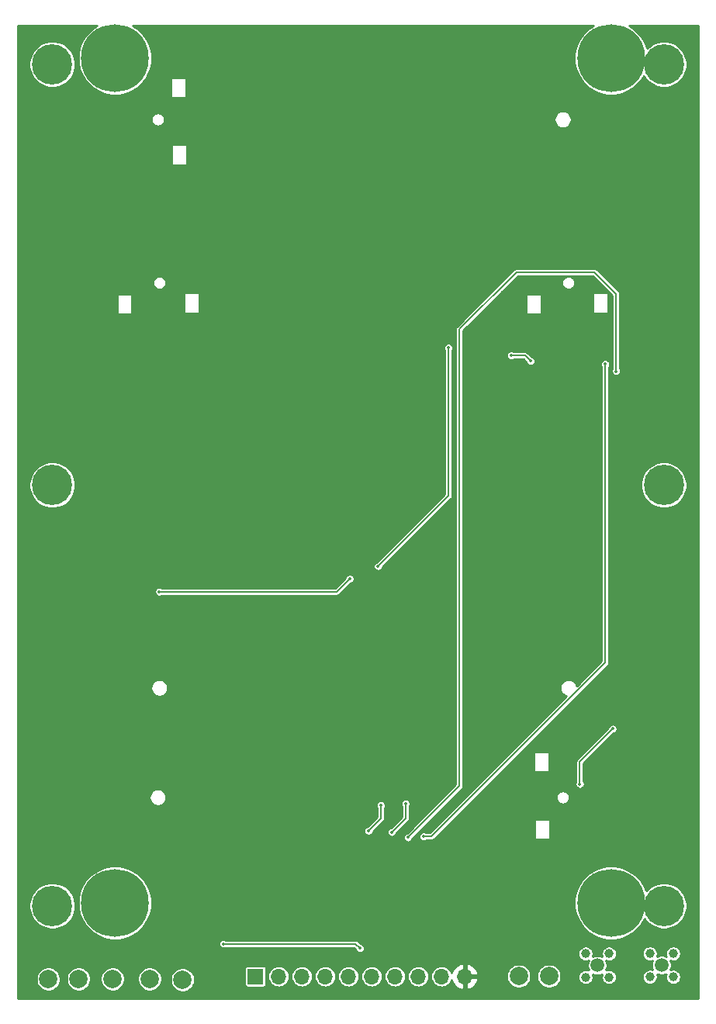
<source format=gbr>
%TF.GenerationSoftware,KiCad,Pcbnew,(5.1.4)-1*%
%TF.CreationDate,2019-12-13T12:22:17-06:00*%
%TF.ProjectId,payload_board,7061796c-6f61-4645-9f62-6f6172642e6b,rev?*%
%TF.SameCoordinates,Original*%
%TF.FileFunction,Copper,L2,Bot*%
%TF.FilePolarity,Positive*%
%FSLAX46Y46*%
G04 Gerber Fmt 4.6, Leading zero omitted, Abs format (unit mm)*
G04 Created by KiCad (PCBNEW (5.1.4)-1) date 2019-12-13 12:22:17*
%MOMM*%
%LPD*%
G04 APERTURE LIST*
%ADD10C,1.500000*%
%ADD11C,1.000000*%
%ADD12C,2.000000*%
%ADD13O,1.700000X1.700000*%
%ADD14R,1.700000X1.700000*%
%ADD15C,7.400000*%
%ADD16C,4.400000*%
%ADD17C,0.355600*%
%ADD18C,0.177800*%
%ADD19C,0.254000*%
G04 APERTURE END LIST*
D10*
X120624600Y-152958800D03*
D11*
X119344600Y-151678800D03*
X119344600Y-154238800D03*
X121904600Y-154238800D03*
X121904600Y-151678800D03*
D10*
X113614200Y-152984200D03*
D11*
X112334200Y-151704200D03*
X112334200Y-154264200D03*
X114894200Y-154264200D03*
X114894200Y-151704200D03*
D12*
X105029000Y-154152600D03*
X108331000Y-154152600D03*
X56997600Y-154457400D03*
X53695600Y-154482800D03*
X60706000Y-154457400D03*
X64744600Y-154457400D03*
X68351400Y-154533600D03*
D13*
X99161600Y-154178000D03*
X96621600Y-154178000D03*
X94081600Y-154178000D03*
X91541600Y-154178000D03*
X89001600Y-154178000D03*
X86461600Y-154178000D03*
X83921600Y-154178000D03*
X81381600Y-154178000D03*
X78841600Y-154178000D03*
D14*
X76301600Y-154178000D03*
D15*
X115120000Y-53960000D03*
X115120000Y-146160000D03*
X60970000Y-146160000D03*
X60970000Y-53960000D03*
D16*
X120870000Y-146480000D03*
X54130000Y-146480000D03*
X120870000Y-100560000D03*
X54130000Y-100560000D03*
X120870000Y-54630000D03*
X54130000Y-54630000D03*
D17*
X70535800Y-56464200D03*
X79324200Y-61137800D03*
X110464600Y-112217200D03*
X97358200Y-85572600D03*
X104190800Y-86410800D03*
X106324400Y-87020400D03*
X89687400Y-109423200D03*
X111709200Y-133197600D03*
X115290600Y-127152400D03*
X94640400Y-138912600D03*
X114477800Y-87350600D03*
X72771000Y-150622000D03*
X87706200Y-151104600D03*
X92938600Y-139014200D03*
X115671600Y-88138000D03*
X91186000Y-138430000D03*
X92684600Y-135305800D03*
X88646000Y-138303000D03*
X89966800Y-135489398D03*
X65808200Y-112195000D03*
X86588600Y-110769400D03*
D18*
X104190800Y-86410800D02*
X105714800Y-86410800D01*
X105714800Y-86410800D02*
X106324400Y-87020400D01*
X97358200Y-101752400D02*
X89865199Y-109245401D01*
X89865199Y-109245401D02*
X89687400Y-109423200D01*
X97358200Y-85572600D02*
X97358200Y-101752400D01*
X111709200Y-130733800D02*
X115112801Y-127330199D01*
X115112801Y-127330199D02*
X115290600Y-127152400D01*
X111709200Y-133197600D02*
X111709200Y-130733800D01*
X114477800Y-119964918D02*
X114477800Y-87350600D01*
X94640400Y-138912600D02*
X95530118Y-138912600D01*
X95530118Y-138912600D02*
X114477800Y-119964918D01*
X72771000Y-150622000D02*
X87223600Y-150622000D01*
X87223600Y-150622000D02*
X87706200Y-151104600D01*
X92938600Y-139014200D02*
X98577400Y-133375400D01*
X98577400Y-133375400D02*
X98577400Y-83540600D01*
X98577400Y-83540600D02*
X104800400Y-77317600D01*
X104800400Y-77317600D02*
X113284000Y-77317600D01*
X113284000Y-77317600D02*
X115671600Y-79705200D01*
X115671600Y-79705200D02*
X115671600Y-88138000D01*
X91186000Y-138430000D02*
X92684600Y-136931400D01*
X92684600Y-136931400D02*
X92684600Y-135305800D01*
X88646000Y-138303000D02*
X89966800Y-136982200D01*
X89966800Y-136982200D02*
X89966800Y-135489398D01*
X65808200Y-112195000D02*
X85163000Y-112195000D01*
X86410801Y-110947199D02*
X86588600Y-110769400D01*
X85163000Y-112195000D02*
X86410801Y-110947199D01*
D19*
G36*
X58397837Y-50825811D02*
G01*
X57835811Y-51387837D01*
X57394229Y-52048711D01*
X57090062Y-52783034D01*
X56935000Y-53562587D01*
X56935000Y-54357413D01*
X57090062Y-55136966D01*
X57394229Y-55871289D01*
X57835811Y-56532163D01*
X58397837Y-57094189D01*
X59058711Y-57535771D01*
X59793034Y-57839938D01*
X60572587Y-57995000D01*
X61367413Y-57995000D01*
X62146966Y-57839938D01*
X62881289Y-57535771D01*
X63542163Y-57094189D01*
X64104189Y-56532163D01*
X64404584Y-56082590D01*
X67045910Y-56082590D01*
X67045910Y-58302590D01*
X68718291Y-58302590D01*
X68718291Y-56082590D01*
X67045910Y-56082590D01*
X64404584Y-56082590D01*
X64545771Y-55871289D01*
X64849938Y-55136966D01*
X65005000Y-54357413D01*
X65005000Y-53562587D01*
X64849938Y-52783034D01*
X64545771Y-52048711D01*
X64104189Y-51387837D01*
X63542163Y-50825811D01*
X62919858Y-50410000D01*
X113170142Y-50410000D01*
X112547837Y-50825811D01*
X111985811Y-51387837D01*
X111544229Y-52048711D01*
X111240062Y-52783034D01*
X111085000Y-53562587D01*
X111085000Y-54357413D01*
X111240062Y-55136966D01*
X111544229Y-55871289D01*
X111985811Y-56532163D01*
X112547837Y-57094189D01*
X113208711Y-57535771D01*
X113943034Y-57839938D01*
X114722587Y-57995000D01*
X115517413Y-57995000D01*
X116296966Y-57839938D01*
X117031289Y-57535771D01*
X117692163Y-57094189D01*
X118254189Y-56532163D01*
X118673178Y-55905103D01*
X118900937Y-56245968D01*
X119254032Y-56599063D01*
X119669227Y-56876488D01*
X120130568Y-57067582D01*
X120620324Y-57165000D01*
X121119676Y-57165000D01*
X121609432Y-57067582D01*
X122070773Y-56876488D01*
X122485968Y-56599063D01*
X122839063Y-56245968D01*
X123116488Y-55830773D01*
X123307582Y-55369432D01*
X123405000Y-54879676D01*
X123405000Y-54380324D01*
X123307582Y-53890568D01*
X123116488Y-53429227D01*
X122839063Y-53014032D01*
X122485968Y-52660937D01*
X122070773Y-52383512D01*
X121609432Y-52192418D01*
X121119676Y-52095000D01*
X120620324Y-52095000D01*
X120130568Y-52192418D01*
X119669227Y-52383512D01*
X119254032Y-52660937D01*
X119021838Y-52893131D01*
X118999938Y-52783034D01*
X118695771Y-52048711D01*
X118254189Y-51387837D01*
X117692163Y-50825811D01*
X117069858Y-50410000D01*
X124590000Y-50410000D01*
X124590001Y-156590000D01*
X50410000Y-156590000D01*
X50410000Y-154351314D01*
X52360600Y-154351314D01*
X52360600Y-154614286D01*
X52411904Y-154872205D01*
X52512539Y-155115159D01*
X52658638Y-155333813D01*
X52844587Y-155519762D01*
X53063241Y-155665861D01*
X53306195Y-155766496D01*
X53564114Y-155817800D01*
X53827086Y-155817800D01*
X54085005Y-155766496D01*
X54327959Y-155665861D01*
X54546613Y-155519762D01*
X54732562Y-155333813D01*
X54878661Y-155115159D01*
X54979296Y-154872205D01*
X55030600Y-154614286D01*
X55030600Y-154351314D01*
X55025548Y-154325914D01*
X55662600Y-154325914D01*
X55662600Y-154588886D01*
X55713904Y-154846805D01*
X55814539Y-155089759D01*
X55960638Y-155308413D01*
X56146587Y-155494362D01*
X56365241Y-155640461D01*
X56608195Y-155741096D01*
X56866114Y-155792400D01*
X57129086Y-155792400D01*
X57387005Y-155741096D01*
X57629959Y-155640461D01*
X57848613Y-155494362D01*
X58034562Y-155308413D01*
X58180661Y-155089759D01*
X58281296Y-154846805D01*
X58332600Y-154588886D01*
X58332600Y-154325914D01*
X59371000Y-154325914D01*
X59371000Y-154588886D01*
X59422304Y-154846805D01*
X59522939Y-155089759D01*
X59669038Y-155308413D01*
X59854987Y-155494362D01*
X60073641Y-155640461D01*
X60316595Y-155741096D01*
X60574514Y-155792400D01*
X60837486Y-155792400D01*
X61095405Y-155741096D01*
X61338359Y-155640461D01*
X61557013Y-155494362D01*
X61742962Y-155308413D01*
X61889061Y-155089759D01*
X61989696Y-154846805D01*
X62041000Y-154588886D01*
X62041000Y-154325914D01*
X63409600Y-154325914D01*
X63409600Y-154588886D01*
X63460904Y-154846805D01*
X63561539Y-155089759D01*
X63707638Y-155308413D01*
X63893587Y-155494362D01*
X64112241Y-155640461D01*
X64355195Y-155741096D01*
X64613114Y-155792400D01*
X64876086Y-155792400D01*
X65134005Y-155741096D01*
X65376959Y-155640461D01*
X65595613Y-155494362D01*
X65781562Y-155308413D01*
X65927661Y-155089759D01*
X66028296Y-154846805D01*
X66079600Y-154588886D01*
X66079600Y-154402114D01*
X67016400Y-154402114D01*
X67016400Y-154665086D01*
X67067704Y-154923005D01*
X67168339Y-155165959D01*
X67314438Y-155384613D01*
X67500387Y-155570562D01*
X67719041Y-155716661D01*
X67961995Y-155817296D01*
X68219914Y-155868600D01*
X68482886Y-155868600D01*
X68740805Y-155817296D01*
X68983759Y-155716661D01*
X69202413Y-155570562D01*
X69388362Y-155384613D01*
X69534461Y-155165959D01*
X69635096Y-154923005D01*
X69686400Y-154665086D01*
X69686400Y-154402114D01*
X69635096Y-154144195D01*
X69534461Y-153901241D01*
X69388362Y-153682587D01*
X69202413Y-153496638D01*
X68983759Y-153350539D01*
X68929346Y-153328000D01*
X75114980Y-153328000D01*
X75114980Y-155028000D01*
X75121448Y-155093671D01*
X75140604Y-155156819D01*
X75171711Y-155215016D01*
X75213574Y-155266026D01*
X75264584Y-155307889D01*
X75322781Y-155338996D01*
X75385929Y-155358152D01*
X75451600Y-155364620D01*
X77151600Y-155364620D01*
X77217271Y-155358152D01*
X77280419Y-155338996D01*
X77338616Y-155307889D01*
X77389626Y-155266026D01*
X77431489Y-155215016D01*
X77462596Y-155156819D01*
X77481752Y-155093671D01*
X77488220Y-155028000D01*
X77488220Y-154178000D01*
X77650867Y-154178000D01*
X77673747Y-154410300D01*
X77741506Y-154633674D01*
X77851542Y-154839536D01*
X77999625Y-155019975D01*
X78180064Y-155168058D01*
X78385926Y-155278094D01*
X78609300Y-155345853D01*
X78783393Y-155363000D01*
X78899807Y-155363000D01*
X79073900Y-155345853D01*
X79297274Y-155278094D01*
X79503136Y-155168058D01*
X79683575Y-155019975D01*
X79831658Y-154839536D01*
X79941694Y-154633674D01*
X80009453Y-154410300D01*
X80032333Y-154178000D01*
X80190867Y-154178000D01*
X80213747Y-154410300D01*
X80281506Y-154633674D01*
X80391542Y-154839536D01*
X80539625Y-155019975D01*
X80720064Y-155168058D01*
X80925926Y-155278094D01*
X81149300Y-155345853D01*
X81323393Y-155363000D01*
X81439807Y-155363000D01*
X81613900Y-155345853D01*
X81837274Y-155278094D01*
X82043136Y-155168058D01*
X82223575Y-155019975D01*
X82371658Y-154839536D01*
X82481694Y-154633674D01*
X82549453Y-154410300D01*
X82572333Y-154178000D01*
X82730867Y-154178000D01*
X82753747Y-154410300D01*
X82821506Y-154633674D01*
X82931542Y-154839536D01*
X83079625Y-155019975D01*
X83260064Y-155168058D01*
X83465926Y-155278094D01*
X83689300Y-155345853D01*
X83863393Y-155363000D01*
X83979807Y-155363000D01*
X84153900Y-155345853D01*
X84377274Y-155278094D01*
X84583136Y-155168058D01*
X84763575Y-155019975D01*
X84911658Y-154839536D01*
X85021694Y-154633674D01*
X85089453Y-154410300D01*
X85112333Y-154178000D01*
X85270867Y-154178000D01*
X85293747Y-154410300D01*
X85361506Y-154633674D01*
X85471542Y-154839536D01*
X85619625Y-155019975D01*
X85800064Y-155168058D01*
X86005926Y-155278094D01*
X86229300Y-155345853D01*
X86403393Y-155363000D01*
X86519807Y-155363000D01*
X86693900Y-155345853D01*
X86917274Y-155278094D01*
X87123136Y-155168058D01*
X87303575Y-155019975D01*
X87451658Y-154839536D01*
X87561694Y-154633674D01*
X87629453Y-154410300D01*
X87652333Y-154178000D01*
X87810867Y-154178000D01*
X87833747Y-154410300D01*
X87901506Y-154633674D01*
X88011542Y-154839536D01*
X88159625Y-155019975D01*
X88340064Y-155168058D01*
X88545926Y-155278094D01*
X88769300Y-155345853D01*
X88943393Y-155363000D01*
X89059807Y-155363000D01*
X89233900Y-155345853D01*
X89457274Y-155278094D01*
X89663136Y-155168058D01*
X89843575Y-155019975D01*
X89991658Y-154839536D01*
X90101694Y-154633674D01*
X90169453Y-154410300D01*
X90192333Y-154178000D01*
X90350867Y-154178000D01*
X90373747Y-154410300D01*
X90441506Y-154633674D01*
X90551542Y-154839536D01*
X90699625Y-155019975D01*
X90880064Y-155168058D01*
X91085926Y-155278094D01*
X91309300Y-155345853D01*
X91483393Y-155363000D01*
X91599807Y-155363000D01*
X91773900Y-155345853D01*
X91997274Y-155278094D01*
X92203136Y-155168058D01*
X92383575Y-155019975D01*
X92531658Y-154839536D01*
X92641694Y-154633674D01*
X92709453Y-154410300D01*
X92732333Y-154178000D01*
X92890867Y-154178000D01*
X92913747Y-154410300D01*
X92981506Y-154633674D01*
X93091542Y-154839536D01*
X93239625Y-155019975D01*
X93420064Y-155168058D01*
X93625926Y-155278094D01*
X93849300Y-155345853D01*
X94023393Y-155363000D01*
X94139807Y-155363000D01*
X94313900Y-155345853D01*
X94537274Y-155278094D01*
X94743136Y-155168058D01*
X94923575Y-155019975D01*
X95071658Y-154839536D01*
X95181694Y-154633674D01*
X95249453Y-154410300D01*
X95272333Y-154178000D01*
X95430867Y-154178000D01*
X95453747Y-154410300D01*
X95521506Y-154633674D01*
X95631542Y-154839536D01*
X95779625Y-155019975D01*
X95960064Y-155168058D01*
X96165926Y-155278094D01*
X96389300Y-155345853D01*
X96563393Y-155363000D01*
X96679807Y-155363000D01*
X96853900Y-155345853D01*
X97077274Y-155278094D01*
X97283136Y-155168058D01*
X97463575Y-155019975D01*
X97611658Y-154839536D01*
X97721694Y-154633674D01*
X97737121Y-154582819D01*
X97817443Y-154809252D01*
X97966422Y-155059355D01*
X98161331Y-155275588D01*
X98394680Y-155449641D01*
X98657501Y-155574825D01*
X98804710Y-155619476D01*
X99034600Y-155498155D01*
X99034600Y-154305000D01*
X99288600Y-154305000D01*
X99288600Y-155498155D01*
X99518490Y-155619476D01*
X99665699Y-155574825D01*
X99928520Y-155449641D01*
X100161869Y-155275588D01*
X100356778Y-155059355D01*
X100505757Y-154809252D01*
X100603081Y-154534891D01*
X100482414Y-154305000D01*
X99288600Y-154305000D01*
X99034600Y-154305000D01*
X99014600Y-154305000D01*
X99014600Y-154051000D01*
X99034600Y-154051000D01*
X99034600Y-152857845D01*
X99288600Y-152857845D01*
X99288600Y-154051000D01*
X100482414Y-154051000D01*
X100498100Y-154021114D01*
X103694000Y-154021114D01*
X103694000Y-154284086D01*
X103745304Y-154542005D01*
X103845939Y-154784959D01*
X103992038Y-155003613D01*
X104177987Y-155189562D01*
X104396641Y-155335661D01*
X104639595Y-155436296D01*
X104897514Y-155487600D01*
X105160486Y-155487600D01*
X105418405Y-155436296D01*
X105661359Y-155335661D01*
X105880013Y-155189562D01*
X106065962Y-155003613D01*
X106212061Y-154784959D01*
X106312696Y-154542005D01*
X106364000Y-154284086D01*
X106364000Y-154021114D01*
X106996000Y-154021114D01*
X106996000Y-154284086D01*
X107047304Y-154542005D01*
X107147939Y-154784959D01*
X107294038Y-155003613D01*
X107479987Y-155189562D01*
X107698641Y-155335661D01*
X107941595Y-155436296D01*
X108199514Y-155487600D01*
X108462486Y-155487600D01*
X108720405Y-155436296D01*
X108963359Y-155335661D01*
X109182013Y-155189562D01*
X109367962Y-155003613D01*
X109514061Y-154784959D01*
X109614696Y-154542005D01*
X109666000Y-154284086D01*
X109666000Y-154021114D01*
X109614696Y-153763195D01*
X109514061Y-153520241D01*
X109367962Y-153301587D01*
X109182013Y-153115638D01*
X108963359Y-152969539D01*
X108720405Y-152868904D01*
X108462486Y-152817600D01*
X108199514Y-152817600D01*
X107941595Y-152868904D01*
X107698641Y-152969539D01*
X107479987Y-153115638D01*
X107294038Y-153301587D01*
X107147939Y-153520241D01*
X107047304Y-153763195D01*
X106996000Y-154021114D01*
X106364000Y-154021114D01*
X106312696Y-153763195D01*
X106212061Y-153520241D01*
X106065962Y-153301587D01*
X105880013Y-153115638D01*
X105661359Y-152969539D01*
X105418405Y-152868904D01*
X105160486Y-152817600D01*
X104897514Y-152817600D01*
X104639595Y-152868904D01*
X104396641Y-152969539D01*
X104177987Y-153115638D01*
X103992038Y-153301587D01*
X103845939Y-153520241D01*
X103745304Y-153763195D01*
X103694000Y-154021114D01*
X100498100Y-154021114D01*
X100603081Y-153821109D01*
X100505757Y-153546748D01*
X100356778Y-153296645D01*
X100161869Y-153080412D01*
X99928520Y-152906359D01*
X99665699Y-152781175D01*
X99518490Y-152736524D01*
X99288600Y-152857845D01*
X99034600Y-152857845D01*
X98804710Y-152736524D01*
X98657501Y-152781175D01*
X98394680Y-152906359D01*
X98161331Y-153080412D01*
X97966422Y-153296645D01*
X97817443Y-153546748D01*
X97737121Y-153773181D01*
X97721694Y-153722326D01*
X97611658Y-153516464D01*
X97463575Y-153336025D01*
X97283136Y-153187942D01*
X97077274Y-153077906D01*
X96853900Y-153010147D01*
X96679807Y-152993000D01*
X96563393Y-152993000D01*
X96389300Y-153010147D01*
X96165926Y-153077906D01*
X95960064Y-153187942D01*
X95779625Y-153336025D01*
X95631542Y-153516464D01*
X95521506Y-153722326D01*
X95453747Y-153945700D01*
X95430867Y-154178000D01*
X95272333Y-154178000D01*
X95249453Y-153945700D01*
X95181694Y-153722326D01*
X95071658Y-153516464D01*
X94923575Y-153336025D01*
X94743136Y-153187942D01*
X94537274Y-153077906D01*
X94313900Y-153010147D01*
X94139807Y-152993000D01*
X94023393Y-152993000D01*
X93849300Y-153010147D01*
X93625926Y-153077906D01*
X93420064Y-153187942D01*
X93239625Y-153336025D01*
X93091542Y-153516464D01*
X92981506Y-153722326D01*
X92913747Y-153945700D01*
X92890867Y-154178000D01*
X92732333Y-154178000D01*
X92709453Y-153945700D01*
X92641694Y-153722326D01*
X92531658Y-153516464D01*
X92383575Y-153336025D01*
X92203136Y-153187942D01*
X91997274Y-153077906D01*
X91773900Y-153010147D01*
X91599807Y-152993000D01*
X91483393Y-152993000D01*
X91309300Y-153010147D01*
X91085926Y-153077906D01*
X90880064Y-153187942D01*
X90699625Y-153336025D01*
X90551542Y-153516464D01*
X90441506Y-153722326D01*
X90373747Y-153945700D01*
X90350867Y-154178000D01*
X90192333Y-154178000D01*
X90169453Y-153945700D01*
X90101694Y-153722326D01*
X89991658Y-153516464D01*
X89843575Y-153336025D01*
X89663136Y-153187942D01*
X89457274Y-153077906D01*
X89233900Y-153010147D01*
X89059807Y-152993000D01*
X88943393Y-152993000D01*
X88769300Y-153010147D01*
X88545926Y-153077906D01*
X88340064Y-153187942D01*
X88159625Y-153336025D01*
X88011542Y-153516464D01*
X87901506Y-153722326D01*
X87833747Y-153945700D01*
X87810867Y-154178000D01*
X87652333Y-154178000D01*
X87629453Y-153945700D01*
X87561694Y-153722326D01*
X87451658Y-153516464D01*
X87303575Y-153336025D01*
X87123136Y-153187942D01*
X86917274Y-153077906D01*
X86693900Y-153010147D01*
X86519807Y-152993000D01*
X86403393Y-152993000D01*
X86229300Y-153010147D01*
X86005926Y-153077906D01*
X85800064Y-153187942D01*
X85619625Y-153336025D01*
X85471542Y-153516464D01*
X85361506Y-153722326D01*
X85293747Y-153945700D01*
X85270867Y-154178000D01*
X85112333Y-154178000D01*
X85089453Y-153945700D01*
X85021694Y-153722326D01*
X84911658Y-153516464D01*
X84763575Y-153336025D01*
X84583136Y-153187942D01*
X84377274Y-153077906D01*
X84153900Y-153010147D01*
X83979807Y-152993000D01*
X83863393Y-152993000D01*
X83689300Y-153010147D01*
X83465926Y-153077906D01*
X83260064Y-153187942D01*
X83079625Y-153336025D01*
X82931542Y-153516464D01*
X82821506Y-153722326D01*
X82753747Y-153945700D01*
X82730867Y-154178000D01*
X82572333Y-154178000D01*
X82549453Y-153945700D01*
X82481694Y-153722326D01*
X82371658Y-153516464D01*
X82223575Y-153336025D01*
X82043136Y-153187942D01*
X81837274Y-153077906D01*
X81613900Y-153010147D01*
X81439807Y-152993000D01*
X81323393Y-152993000D01*
X81149300Y-153010147D01*
X80925926Y-153077906D01*
X80720064Y-153187942D01*
X80539625Y-153336025D01*
X80391542Y-153516464D01*
X80281506Y-153722326D01*
X80213747Y-153945700D01*
X80190867Y-154178000D01*
X80032333Y-154178000D01*
X80009453Y-153945700D01*
X79941694Y-153722326D01*
X79831658Y-153516464D01*
X79683575Y-153336025D01*
X79503136Y-153187942D01*
X79297274Y-153077906D01*
X79073900Y-153010147D01*
X78899807Y-152993000D01*
X78783393Y-152993000D01*
X78609300Y-153010147D01*
X78385926Y-153077906D01*
X78180064Y-153187942D01*
X77999625Y-153336025D01*
X77851542Y-153516464D01*
X77741506Y-153722326D01*
X77673747Y-153945700D01*
X77650867Y-154178000D01*
X77488220Y-154178000D01*
X77488220Y-153328000D01*
X77481752Y-153262329D01*
X77462596Y-153199181D01*
X77431489Y-153140984D01*
X77389626Y-153089974D01*
X77338616Y-153048111D01*
X77280419Y-153017004D01*
X77217271Y-152997848D01*
X77151600Y-152991380D01*
X75451600Y-152991380D01*
X75385929Y-152997848D01*
X75322781Y-153017004D01*
X75264584Y-153048111D01*
X75213574Y-153089974D01*
X75171711Y-153140984D01*
X75140604Y-153199181D01*
X75121448Y-153262329D01*
X75114980Y-153328000D01*
X68929346Y-153328000D01*
X68740805Y-153249904D01*
X68482886Y-153198600D01*
X68219914Y-153198600D01*
X67961995Y-153249904D01*
X67719041Y-153350539D01*
X67500387Y-153496638D01*
X67314438Y-153682587D01*
X67168339Y-153901241D01*
X67067704Y-154144195D01*
X67016400Y-154402114D01*
X66079600Y-154402114D01*
X66079600Y-154325914D01*
X66028296Y-154067995D01*
X65927661Y-153825041D01*
X65781562Y-153606387D01*
X65595613Y-153420438D01*
X65376959Y-153274339D01*
X65134005Y-153173704D01*
X64876086Y-153122400D01*
X64613114Y-153122400D01*
X64355195Y-153173704D01*
X64112241Y-153274339D01*
X63893587Y-153420438D01*
X63707638Y-153606387D01*
X63561539Y-153825041D01*
X63460904Y-154067995D01*
X63409600Y-154325914D01*
X62041000Y-154325914D01*
X61989696Y-154067995D01*
X61889061Y-153825041D01*
X61742962Y-153606387D01*
X61557013Y-153420438D01*
X61338359Y-153274339D01*
X61095405Y-153173704D01*
X60837486Y-153122400D01*
X60574514Y-153122400D01*
X60316595Y-153173704D01*
X60073641Y-153274339D01*
X59854987Y-153420438D01*
X59669038Y-153606387D01*
X59522939Y-153825041D01*
X59422304Y-154067995D01*
X59371000Y-154325914D01*
X58332600Y-154325914D01*
X58281296Y-154067995D01*
X58180661Y-153825041D01*
X58034562Y-153606387D01*
X57848613Y-153420438D01*
X57629959Y-153274339D01*
X57387005Y-153173704D01*
X57129086Y-153122400D01*
X56866114Y-153122400D01*
X56608195Y-153173704D01*
X56365241Y-153274339D01*
X56146587Y-153420438D01*
X55960638Y-153606387D01*
X55814539Y-153825041D01*
X55713904Y-154067995D01*
X55662600Y-154325914D01*
X55025548Y-154325914D01*
X54979296Y-154093395D01*
X54878661Y-153850441D01*
X54732562Y-153631787D01*
X54546613Y-153445838D01*
X54327959Y-153299739D01*
X54085005Y-153199104D01*
X53827086Y-153147800D01*
X53564114Y-153147800D01*
X53306195Y-153199104D01*
X53063241Y-153299739D01*
X52844587Y-153445838D01*
X52658638Y-153631787D01*
X52512539Y-153850441D01*
X52411904Y-154093395D01*
X52360600Y-154351314D01*
X50410000Y-154351314D01*
X50410000Y-151621960D01*
X111499200Y-151621960D01*
X111499200Y-151786440D01*
X111531289Y-151947760D01*
X111594233Y-152099721D01*
X111685613Y-152236481D01*
X111801919Y-152352787D01*
X111938679Y-152444167D01*
X112090640Y-152507111D01*
X112251960Y-152539200D01*
X112416440Y-152539200D01*
X112577760Y-152507111D01*
X112649777Y-152477281D01*
X112570896Y-152667717D01*
X112529200Y-152877337D01*
X112529200Y-153091063D01*
X112570896Y-153300683D01*
X112649777Y-153491119D01*
X112577760Y-153461289D01*
X112416440Y-153429200D01*
X112251960Y-153429200D01*
X112090640Y-153461289D01*
X111938679Y-153524233D01*
X111801919Y-153615613D01*
X111685613Y-153731919D01*
X111594233Y-153868679D01*
X111531289Y-154020640D01*
X111499200Y-154181960D01*
X111499200Y-154346440D01*
X111531289Y-154507760D01*
X111594233Y-154659721D01*
X111685613Y-154796481D01*
X111801919Y-154912787D01*
X111938679Y-155004167D01*
X112090640Y-155067111D01*
X112251960Y-155099200D01*
X112416440Y-155099200D01*
X112577760Y-155067111D01*
X112729721Y-155004167D01*
X112866481Y-154912787D01*
X112982787Y-154796481D01*
X113074167Y-154659721D01*
X113137111Y-154507760D01*
X113169200Y-154346440D01*
X113169200Y-154181960D01*
X113137111Y-154020640D01*
X113107281Y-153948623D01*
X113297717Y-154027504D01*
X113507337Y-154069200D01*
X113721063Y-154069200D01*
X113930683Y-154027504D01*
X114121119Y-153948623D01*
X114091289Y-154020640D01*
X114059200Y-154181960D01*
X114059200Y-154346440D01*
X114091289Y-154507760D01*
X114154233Y-154659721D01*
X114245613Y-154796481D01*
X114361919Y-154912787D01*
X114498679Y-155004167D01*
X114650640Y-155067111D01*
X114811960Y-155099200D01*
X114976440Y-155099200D01*
X115137760Y-155067111D01*
X115289721Y-155004167D01*
X115426481Y-154912787D01*
X115542787Y-154796481D01*
X115634167Y-154659721D01*
X115697111Y-154507760D01*
X115729200Y-154346440D01*
X115729200Y-154181960D01*
X115697111Y-154020640D01*
X115634167Y-153868679D01*
X115542787Y-153731919D01*
X115426481Y-153615613D01*
X115289721Y-153524233D01*
X115137760Y-153461289D01*
X114976440Y-153429200D01*
X114811960Y-153429200D01*
X114650640Y-153461289D01*
X114578623Y-153491119D01*
X114657504Y-153300683D01*
X114699200Y-153091063D01*
X114699200Y-152877337D01*
X114657504Y-152667717D01*
X114578623Y-152477281D01*
X114650640Y-152507111D01*
X114811960Y-152539200D01*
X114976440Y-152539200D01*
X115137760Y-152507111D01*
X115289721Y-152444167D01*
X115426481Y-152352787D01*
X115542787Y-152236481D01*
X115634167Y-152099721D01*
X115697111Y-151947760D01*
X115729200Y-151786440D01*
X115729200Y-151621960D01*
X115724148Y-151596560D01*
X118509600Y-151596560D01*
X118509600Y-151761040D01*
X118541689Y-151922360D01*
X118604633Y-152074321D01*
X118696013Y-152211081D01*
X118812319Y-152327387D01*
X118949079Y-152418767D01*
X119101040Y-152481711D01*
X119262360Y-152513800D01*
X119426840Y-152513800D01*
X119588160Y-152481711D01*
X119660177Y-152451881D01*
X119581296Y-152642317D01*
X119539600Y-152851937D01*
X119539600Y-153065663D01*
X119581296Y-153275283D01*
X119660177Y-153465719D01*
X119588160Y-153435889D01*
X119426840Y-153403800D01*
X119262360Y-153403800D01*
X119101040Y-153435889D01*
X118949079Y-153498833D01*
X118812319Y-153590213D01*
X118696013Y-153706519D01*
X118604633Y-153843279D01*
X118541689Y-153995240D01*
X118509600Y-154156560D01*
X118509600Y-154321040D01*
X118541689Y-154482360D01*
X118604633Y-154634321D01*
X118696013Y-154771081D01*
X118812319Y-154887387D01*
X118949079Y-154978767D01*
X119101040Y-155041711D01*
X119262360Y-155073800D01*
X119426840Y-155073800D01*
X119588160Y-155041711D01*
X119740121Y-154978767D01*
X119876881Y-154887387D01*
X119993187Y-154771081D01*
X120084567Y-154634321D01*
X120147511Y-154482360D01*
X120179600Y-154321040D01*
X120179600Y-154156560D01*
X120147511Y-153995240D01*
X120117681Y-153923223D01*
X120308117Y-154002104D01*
X120517737Y-154043800D01*
X120731463Y-154043800D01*
X120941083Y-154002104D01*
X121131519Y-153923223D01*
X121101689Y-153995240D01*
X121069600Y-154156560D01*
X121069600Y-154321040D01*
X121101689Y-154482360D01*
X121164633Y-154634321D01*
X121256013Y-154771081D01*
X121372319Y-154887387D01*
X121509079Y-154978767D01*
X121661040Y-155041711D01*
X121822360Y-155073800D01*
X121986840Y-155073800D01*
X122148160Y-155041711D01*
X122300121Y-154978767D01*
X122436881Y-154887387D01*
X122553187Y-154771081D01*
X122644567Y-154634321D01*
X122707511Y-154482360D01*
X122739600Y-154321040D01*
X122739600Y-154156560D01*
X122707511Y-153995240D01*
X122644567Y-153843279D01*
X122553187Y-153706519D01*
X122436881Y-153590213D01*
X122300121Y-153498833D01*
X122148160Y-153435889D01*
X121986840Y-153403800D01*
X121822360Y-153403800D01*
X121661040Y-153435889D01*
X121589023Y-153465719D01*
X121667904Y-153275283D01*
X121709600Y-153065663D01*
X121709600Y-152851937D01*
X121667904Y-152642317D01*
X121589023Y-152451881D01*
X121661040Y-152481711D01*
X121822360Y-152513800D01*
X121986840Y-152513800D01*
X122148160Y-152481711D01*
X122300121Y-152418767D01*
X122436881Y-152327387D01*
X122553187Y-152211081D01*
X122644567Y-152074321D01*
X122707511Y-151922360D01*
X122739600Y-151761040D01*
X122739600Y-151596560D01*
X122707511Y-151435240D01*
X122644567Y-151283279D01*
X122553187Y-151146519D01*
X122436881Y-151030213D01*
X122300121Y-150938833D01*
X122148160Y-150875889D01*
X121986840Y-150843800D01*
X121822360Y-150843800D01*
X121661040Y-150875889D01*
X121509079Y-150938833D01*
X121372319Y-151030213D01*
X121256013Y-151146519D01*
X121164633Y-151283279D01*
X121101689Y-151435240D01*
X121069600Y-151596560D01*
X121069600Y-151761040D01*
X121101689Y-151922360D01*
X121131519Y-151994377D01*
X120941083Y-151915496D01*
X120731463Y-151873800D01*
X120517737Y-151873800D01*
X120308117Y-151915496D01*
X120117681Y-151994377D01*
X120147511Y-151922360D01*
X120179600Y-151761040D01*
X120179600Y-151596560D01*
X120147511Y-151435240D01*
X120084567Y-151283279D01*
X119993187Y-151146519D01*
X119876881Y-151030213D01*
X119740121Y-150938833D01*
X119588160Y-150875889D01*
X119426840Y-150843800D01*
X119262360Y-150843800D01*
X119101040Y-150875889D01*
X118949079Y-150938833D01*
X118812319Y-151030213D01*
X118696013Y-151146519D01*
X118604633Y-151283279D01*
X118541689Y-151435240D01*
X118509600Y-151596560D01*
X115724148Y-151596560D01*
X115697111Y-151460640D01*
X115634167Y-151308679D01*
X115542787Y-151171919D01*
X115426481Y-151055613D01*
X115289721Y-150964233D01*
X115137760Y-150901289D01*
X114976440Y-150869200D01*
X114811960Y-150869200D01*
X114650640Y-150901289D01*
X114498679Y-150964233D01*
X114361919Y-151055613D01*
X114245613Y-151171919D01*
X114154233Y-151308679D01*
X114091289Y-151460640D01*
X114059200Y-151621960D01*
X114059200Y-151786440D01*
X114091289Y-151947760D01*
X114121119Y-152019777D01*
X113930683Y-151940896D01*
X113721063Y-151899200D01*
X113507337Y-151899200D01*
X113297717Y-151940896D01*
X113107281Y-152019777D01*
X113137111Y-151947760D01*
X113169200Y-151786440D01*
X113169200Y-151621960D01*
X113137111Y-151460640D01*
X113074167Y-151308679D01*
X112982787Y-151171919D01*
X112866481Y-151055613D01*
X112729721Y-150964233D01*
X112577760Y-150901289D01*
X112416440Y-150869200D01*
X112251960Y-150869200D01*
X112090640Y-150901289D01*
X111938679Y-150964233D01*
X111801919Y-151055613D01*
X111685613Y-151171919D01*
X111594233Y-151308679D01*
X111531289Y-151460640D01*
X111499200Y-151621960D01*
X50410000Y-151621960D01*
X50410000Y-150571494D01*
X72258200Y-150571494D01*
X72258200Y-150672506D01*
X72277907Y-150771578D01*
X72316563Y-150864902D01*
X72372682Y-150948891D01*
X72444109Y-151020318D01*
X72528098Y-151076437D01*
X72621422Y-151115093D01*
X72720494Y-151134800D01*
X72821506Y-151134800D01*
X72920578Y-151115093D01*
X73013902Y-151076437D01*
X73059604Y-151045900D01*
X87048016Y-151045900D01*
X87202383Y-151200268D01*
X87213107Y-151254178D01*
X87251763Y-151347502D01*
X87307882Y-151431491D01*
X87379309Y-151502918D01*
X87463298Y-151559037D01*
X87556622Y-151597693D01*
X87655694Y-151617400D01*
X87756706Y-151617400D01*
X87855778Y-151597693D01*
X87949102Y-151559037D01*
X88033091Y-151502918D01*
X88104518Y-151431491D01*
X88160637Y-151347502D01*
X88199293Y-151254178D01*
X88219000Y-151155106D01*
X88219000Y-151054094D01*
X88199293Y-150955022D01*
X88160637Y-150861698D01*
X88104518Y-150777709D01*
X88033091Y-150706282D01*
X87949102Y-150650163D01*
X87855778Y-150611507D01*
X87801868Y-150600783D01*
X87538073Y-150336989D01*
X87524793Y-150320807D01*
X87460246Y-150267835D01*
X87386604Y-150228473D01*
X87306699Y-150204234D01*
X87244423Y-150198100D01*
X87223600Y-150196049D01*
X87202777Y-150198100D01*
X73059604Y-150198100D01*
X73013902Y-150167563D01*
X72920578Y-150128907D01*
X72821506Y-150109200D01*
X72720494Y-150109200D01*
X72621422Y-150128907D01*
X72528098Y-150167563D01*
X72444109Y-150223682D01*
X72372682Y-150295109D01*
X72316563Y-150379098D01*
X72277907Y-150472422D01*
X72258200Y-150571494D01*
X50410000Y-150571494D01*
X50410000Y-146230324D01*
X51595000Y-146230324D01*
X51595000Y-146729676D01*
X51692418Y-147219432D01*
X51883512Y-147680773D01*
X52160937Y-148095968D01*
X52514032Y-148449063D01*
X52929227Y-148726488D01*
X53390568Y-148917582D01*
X53880324Y-149015000D01*
X54379676Y-149015000D01*
X54869432Y-148917582D01*
X55330773Y-148726488D01*
X55745968Y-148449063D01*
X56099063Y-148095968D01*
X56376488Y-147680773D01*
X56567582Y-147219432D01*
X56665000Y-146729676D01*
X56665000Y-146230324D01*
X56571962Y-145762587D01*
X56935000Y-145762587D01*
X56935000Y-146557413D01*
X57090062Y-147336966D01*
X57394229Y-148071289D01*
X57835811Y-148732163D01*
X58397837Y-149294189D01*
X59058711Y-149735771D01*
X59793034Y-150039938D01*
X60572587Y-150195000D01*
X61367413Y-150195000D01*
X62146966Y-150039938D01*
X62881289Y-149735771D01*
X63542163Y-149294189D01*
X64104189Y-148732163D01*
X64545771Y-148071289D01*
X64849938Y-147336966D01*
X65005000Y-146557413D01*
X65005000Y-145762587D01*
X111085000Y-145762587D01*
X111085000Y-146557413D01*
X111240062Y-147336966D01*
X111544229Y-148071289D01*
X111985811Y-148732163D01*
X112547837Y-149294189D01*
X113208711Y-149735771D01*
X113943034Y-150039938D01*
X114722587Y-150195000D01*
X115517413Y-150195000D01*
X116296966Y-150039938D01*
X117031289Y-149735771D01*
X117692163Y-149294189D01*
X118254189Y-148732163D01*
X118695771Y-148071289D01*
X118767974Y-147896975D01*
X118900937Y-148095968D01*
X119254032Y-148449063D01*
X119669227Y-148726488D01*
X120130568Y-148917582D01*
X120620324Y-149015000D01*
X121119676Y-149015000D01*
X121609432Y-148917582D01*
X122070773Y-148726488D01*
X122485968Y-148449063D01*
X122839063Y-148095968D01*
X123116488Y-147680773D01*
X123307582Y-147219432D01*
X123405000Y-146729676D01*
X123405000Y-146230324D01*
X123307582Y-145740568D01*
X123116488Y-145279227D01*
X122839063Y-144864032D01*
X122485968Y-144510937D01*
X122070773Y-144233512D01*
X121609432Y-144042418D01*
X121119676Y-143945000D01*
X120620324Y-143945000D01*
X120130568Y-144042418D01*
X119669227Y-144233512D01*
X119254032Y-144510937D01*
X118936086Y-144828883D01*
X118695771Y-144248711D01*
X118254189Y-143587837D01*
X117692163Y-143025811D01*
X117031289Y-142584229D01*
X116296966Y-142280062D01*
X115517413Y-142125000D01*
X114722587Y-142125000D01*
X113943034Y-142280062D01*
X113208711Y-142584229D01*
X112547837Y-143025811D01*
X111985811Y-143587837D01*
X111544229Y-144248711D01*
X111240062Y-144983034D01*
X111085000Y-145762587D01*
X65005000Y-145762587D01*
X64849938Y-144983034D01*
X64545771Y-144248711D01*
X64104189Y-143587837D01*
X63542163Y-143025811D01*
X62881289Y-142584229D01*
X62146966Y-142280062D01*
X61367413Y-142125000D01*
X60572587Y-142125000D01*
X59793034Y-142280062D01*
X59058711Y-142584229D01*
X58397837Y-143025811D01*
X57835811Y-143587837D01*
X57394229Y-144248711D01*
X57090062Y-144983034D01*
X56935000Y-145762587D01*
X56571962Y-145762587D01*
X56567582Y-145740568D01*
X56376488Y-145279227D01*
X56099063Y-144864032D01*
X55745968Y-144510937D01*
X55330773Y-144233512D01*
X54869432Y-144042418D01*
X54379676Y-143945000D01*
X53880324Y-143945000D01*
X53390568Y-144042418D01*
X52929227Y-144233512D01*
X52514032Y-144510937D01*
X52160937Y-144864032D01*
X51883512Y-145279227D01*
X51692418Y-145740568D01*
X51595000Y-146230324D01*
X50410000Y-146230324D01*
X50410000Y-138963694D01*
X92425800Y-138963694D01*
X92425800Y-139064706D01*
X92445507Y-139163778D01*
X92484163Y-139257102D01*
X92540282Y-139341091D01*
X92611709Y-139412518D01*
X92695698Y-139468637D01*
X92789022Y-139507293D01*
X92888094Y-139527000D01*
X92989106Y-139527000D01*
X93088178Y-139507293D01*
X93181502Y-139468637D01*
X93265491Y-139412518D01*
X93336918Y-139341091D01*
X93393037Y-139257102D01*
X93431693Y-139163778D01*
X93442417Y-139109867D01*
X93690190Y-138862094D01*
X94127600Y-138862094D01*
X94127600Y-138963106D01*
X94147307Y-139062178D01*
X94185963Y-139155502D01*
X94242082Y-139239491D01*
X94313509Y-139310918D01*
X94397498Y-139367037D01*
X94490822Y-139405693D01*
X94589894Y-139425400D01*
X94690906Y-139425400D01*
X94789978Y-139405693D01*
X94883302Y-139367037D01*
X94929004Y-139336500D01*
X95509295Y-139336500D01*
X95530118Y-139338551D01*
X95550941Y-139336500D01*
X95613217Y-139330366D01*
X95693122Y-139306127D01*
X95766764Y-139266765D01*
X95831311Y-139213793D01*
X95844592Y-139197610D01*
X98044792Y-136997410D01*
X106771709Y-136997410D01*
X106771709Y-139217410D01*
X108444090Y-139217410D01*
X108444090Y-136997410D01*
X106771709Y-136997410D01*
X98044792Y-136997410D01*
X100469593Y-134572609D01*
X109110000Y-134572609D01*
X109110000Y-134717391D01*
X109138246Y-134859391D01*
X109193652Y-134993153D01*
X109274088Y-135113535D01*
X109376465Y-135215912D01*
X109496847Y-135296348D01*
X109630609Y-135351754D01*
X109772609Y-135380000D01*
X109917391Y-135380000D01*
X110059391Y-135351754D01*
X110193153Y-135296348D01*
X110313535Y-135215912D01*
X110415912Y-135113535D01*
X110496348Y-134993153D01*
X110551754Y-134859391D01*
X110580000Y-134717391D01*
X110580000Y-134572609D01*
X110551754Y-134430609D01*
X110496348Y-134296847D01*
X110415912Y-134176465D01*
X110313535Y-134074088D01*
X110193153Y-133993652D01*
X110059391Y-133938246D01*
X109917391Y-133910000D01*
X109772609Y-133910000D01*
X109630609Y-133938246D01*
X109496847Y-133993652D01*
X109376465Y-134074088D01*
X109274088Y-134176465D01*
X109193652Y-134296847D01*
X109138246Y-134430609D01*
X109110000Y-134572609D01*
X100469593Y-134572609D01*
X101895108Y-133147094D01*
X111196400Y-133147094D01*
X111196400Y-133248106D01*
X111216107Y-133347178D01*
X111254763Y-133440502D01*
X111310882Y-133524491D01*
X111382309Y-133595918D01*
X111466298Y-133652037D01*
X111559622Y-133690693D01*
X111658694Y-133710400D01*
X111759706Y-133710400D01*
X111858778Y-133690693D01*
X111952102Y-133652037D01*
X112036091Y-133595918D01*
X112107518Y-133524491D01*
X112163637Y-133440502D01*
X112202293Y-133347178D01*
X112222000Y-133248106D01*
X112222000Y-133147094D01*
X112202293Y-133048022D01*
X112163637Y-132954698D01*
X112133100Y-132908996D01*
X112133100Y-130909384D01*
X115386269Y-127656216D01*
X115440178Y-127645493D01*
X115533502Y-127606837D01*
X115617491Y-127550718D01*
X115688918Y-127479291D01*
X115745037Y-127395302D01*
X115783693Y-127301978D01*
X115803400Y-127202906D01*
X115803400Y-127101894D01*
X115783693Y-127002822D01*
X115745037Y-126909498D01*
X115688918Y-126825509D01*
X115617491Y-126754082D01*
X115533502Y-126697963D01*
X115440178Y-126659307D01*
X115341106Y-126639600D01*
X115240094Y-126639600D01*
X115141022Y-126659307D01*
X115047698Y-126697963D01*
X114963709Y-126754082D01*
X114892282Y-126825509D01*
X114836163Y-126909498D01*
X114797507Y-127002822D01*
X114786784Y-127056731D01*
X111424185Y-130419331D01*
X111408008Y-130432607D01*
X111394734Y-130448782D01*
X111355035Y-130497155D01*
X111315674Y-130570796D01*
X111291434Y-130650702D01*
X111283249Y-130733800D01*
X111285301Y-130754633D01*
X111285300Y-132908995D01*
X111254763Y-132954698D01*
X111216107Y-133048022D01*
X111196400Y-133147094D01*
X101895108Y-133147094D01*
X105363352Y-129678850D01*
X106680209Y-129678850D01*
X106680209Y-131898850D01*
X108352590Y-131898850D01*
X108352590Y-129678850D01*
X106680209Y-129678850D01*
X105363352Y-129678850D01*
X114762817Y-120279386D01*
X114778993Y-120266111D01*
X114831965Y-120201564D01*
X114871327Y-120127922D01*
X114895566Y-120048017D01*
X114901700Y-119985741D01*
X114901700Y-119985740D01*
X114903751Y-119964918D01*
X114901700Y-119944095D01*
X114901700Y-100310324D01*
X118335000Y-100310324D01*
X118335000Y-100809676D01*
X118432418Y-101299432D01*
X118623512Y-101760773D01*
X118900937Y-102175968D01*
X119254032Y-102529063D01*
X119669227Y-102806488D01*
X120130568Y-102997582D01*
X120620324Y-103095000D01*
X121119676Y-103095000D01*
X121609432Y-102997582D01*
X122070773Y-102806488D01*
X122485968Y-102529063D01*
X122839063Y-102175968D01*
X123116488Y-101760773D01*
X123307582Y-101299432D01*
X123405000Y-100809676D01*
X123405000Y-100310324D01*
X123307582Y-99820568D01*
X123116488Y-99359227D01*
X122839063Y-98944032D01*
X122485968Y-98590937D01*
X122070773Y-98313512D01*
X121609432Y-98122418D01*
X121119676Y-98025000D01*
X120620324Y-98025000D01*
X120130568Y-98122418D01*
X119669227Y-98313512D01*
X119254032Y-98590937D01*
X118900937Y-98944032D01*
X118623512Y-99359227D01*
X118432418Y-99820568D01*
X118335000Y-100310324D01*
X114901700Y-100310324D01*
X114901700Y-87639204D01*
X114932237Y-87593502D01*
X114970893Y-87500178D01*
X114990600Y-87401106D01*
X114990600Y-87300094D01*
X114970893Y-87201022D01*
X114932237Y-87107698D01*
X114876118Y-87023709D01*
X114804691Y-86952282D01*
X114720702Y-86896163D01*
X114627378Y-86857507D01*
X114528306Y-86837800D01*
X114427294Y-86837800D01*
X114328222Y-86857507D01*
X114234898Y-86896163D01*
X114150909Y-86952282D01*
X114079482Y-87023709D01*
X114023363Y-87107698D01*
X113984707Y-87201022D01*
X113965000Y-87300094D01*
X113965000Y-87401106D01*
X113984707Y-87500178D01*
X114023363Y-87593502D01*
X114053901Y-87639206D01*
X114053900Y-119789333D01*
X111373507Y-122469726D01*
X111364068Y-122422271D01*
X111293586Y-122252111D01*
X111191262Y-122098972D01*
X111061028Y-121968738D01*
X110907889Y-121866414D01*
X110737729Y-121795932D01*
X110557089Y-121760000D01*
X110372911Y-121760000D01*
X110192271Y-121795932D01*
X110022111Y-121866414D01*
X109868972Y-121968738D01*
X109738738Y-122098972D01*
X109636414Y-122252111D01*
X109565932Y-122422271D01*
X109530000Y-122602911D01*
X109530000Y-122787089D01*
X109565932Y-122967729D01*
X109636414Y-123137889D01*
X109738738Y-123291028D01*
X109868972Y-123421262D01*
X110022111Y-123523586D01*
X110192271Y-123594068D01*
X110239726Y-123603507D01*
X95354534Y-138488700D01*
X94929004Y-138488700D01*
X94883302Y-138458163D01*
X94789978Y-138419507D01*
X94690906Y-138399800D01*
X94589894Y-138399800D01*
X94490822Y-138419507D01*
X94397498Y-138458163D01*
X94313509Y-138514282D01*
X94242082Y-138585709D01*
X94185963Y-138669698D01*
X94147307Y-138763022D01*
X94127600Y-138862094D01*
X93690190Y-138862094D01*
X98862417Y-133689868D01*
X98878593Y-133676593D01*
X98931565Y-133612046D01*
X98970927Y-133538404D01*
X98995166Y-133458499D01*
X99001300Y-133396223D01*
X99001300Y-133396216D01*
X99003350Y-133375401D01*
X99001300Y-133354586D01*
X99001300Y-86360294D01*
X103678000Y-86360294D01*
X103678000Y-86461306D01*
X103697707Y-86560378D01*
X103736363Y-86653702D01*
X103792482Y-86737691D01*
X103863909Y-86809118D01*
X103947898Y-86865237D01*
X104041222Y-86903893D01*
X104140294Y-86923600D01*
X104241306Y-86923600D01*
X104340378Y-86903893D01*
X104433702Y-86865237D01*
X104479404Y-86834700D01*
X105539216Y-86834700D01*
X105820583Y-87116068D01*
X105831307Y-87169978D01*
X105869963Y-87263302D01*
X105926082Y-87347291D01*
X105997509Y-87418718D01*
X106081498Y-87474837D01*
X106174822Y-87513493D01*
X106273894Y-87533200D01*
X106374906Y-87533200D01*
X106473978Y-87513493D01*
X106567302Y-87474837D01*
X106651291Y-87418718D01*
X106722718Y-87347291D01*
X106778837Y-87263302D01*
X106817493Y-87169978D01*
X106837200Y-87070906D01*
X106837200Y-86969894D01*
X106817493Y-86870822D01*
X106778837Y-86777498D01*
X106722718Y-86693509D01*
X106651291Y-86622082D01*
X106567302Y-86565963D01*
X106473978Y-86527307D01*
X106420068Y-86516583D01*
X106029274Y-86125789D01*
X106015993Y-86109607D01*
X105951446Y-86056635D01*
X105877804Y-86017273D01*
X105797899Y-85993034D01*
X105735623Y-85986900D01*
X105714800Y-85984849D01*
X105693977Y-85986900D01*
X104479404Y-85986900D01*
X104433702Y-85956363D01*
X104340378Y-85917707D01*
X104241306Y-85898000D01*
X104140294Y-85898000D01*
X104041222Y-85917707D01*
X103947898Y-85956363D01*
X103863909Y-86012482D01*
X103792482Y-86083909D01*
X103736363Y-86167898D01*
X103697707Y-86261222D01*
X103678000Y-86360294D01*
X99001300Y-86360294D01*
X99001300Y-83716184D01*
X103046384Y-79671100D01*
X105815159Y-79671100D01*
X105815159Y-81891100D01*
X107487540Y-81891100D01*
X107487540Y-79671100D01*
X105815159Y-79671100D01*
X103046384Y-79671100D01*
X103137884Y-79579600D01*
X113133719Y-79579600D01*
X113133719Y-81799600D01*
X114806100Y-81799600D01*
X114806100Y-79579600D01*
X113133719Y-79579600D01*
X103137884Y-79579600D01*
X104294875Y-78422609D01*
X109730000Y-78422609D01*
X109730000Y-78567391D01*
X109758246Y-78709391D01*
X109813652Y-78843153D01*
X109894088Y-78963535D01*
X109996465Y-79065912D01*
X110116847Y-79146348D01*
X110250609Y-79201754D01*
X110392609Y-79230000D01*
X110537391Y-79230000D01*
X110679391Y-79201754D01*
X110813153Y-79146348D01*
X110933535Y-79065912D01*
X111035912Y-78963535D01*
X111116348Y-78843153D01*
X111171754Y-78709391D01*
X111200000Y-78567391D01*
X111200000Y-78422609D01*
X111171754Y-78280609D01*
X111116348Y-78146847D01*
X111035912Y-78026465D01*
X110933535Y-77924088D01*
X110813153Y-77843652D01*
X110679391Y-77788246D01*
X110537391Y-77760000D01*
X110392609Y-77760000D01*
X110250609Y-77788246D01*
X110116847Y-77843652D01*
X109996465Y-77924088D01*
X109894088Y-78026465D01*
X109813652Y-78146847D01*
X109758246Y-78280609D01*
X109730000Y-78422609D01*
X104294875Y-78422609D01*
X104975985Y-77741500D01*
X113108416Y-77741500D01*
X115247700Y-79880785D01*
X115247701Y-87849394D01*
X115217163Y-87895098D01*
X115178507Y-87988422D01*
X115158800Y-88087494D01*
X115158800Y-88188506D01*
X115178507Y-88287578D01*
X115217163Y-88380902D01*
X115273282Y-88464891D01*
X115344709Y-88536318D01*
X115428698Y-88592437D01*
X115522022Y-88631093D01*
X115621094Y-88650800D01*
X115722106Y-88650800D01*
X115821178Y-88631093D01*
X115914502Y-88592437D01*
X115998491Y-88536318D01*
X116069918Y-88464891D01*
X116126037Y-88380902D01*
X116164693Y-88287578D01*
X116184400Y-88188506D01*
X116184400Y-88087494D01*
X116164693Y-87988422D01*
X116126037Y-87895098D01*
X116095500Y-87849396D01*
X116095500Y-79726022D01*
X116097551Y-79705199D01*
X116089366Y-79622101D01*
X116065127Y-79542197D01*
X116065127Y-79542196D01*
X116025765Y-79468554D01*
X115972793Y-79404007D01*
X115956617Y-79390732D01*
X113598474Y-77032590D01*
X113585193Y-77016407D01*
X113520646Y-76963435D01*
X113447004Y-76924073D01*
X113367099Y-76899834D01*
X113304823Y-76893700D01*
X113284000Y-76891649D01*
X113263177Y-76893700D01*
X104821223Y-76893700D01*
X104800400Y-76891649D01*
X104779577Y-76893700D01*
X104717301Y-76899834D01*
X104637396Y-76924073D01*
X104563754Y-76963435D01*
X104499207Y-77016407D01*
X104485931Y-77032584D01*
X98292385Y-83226131D01*
X98276208Y-83239407D01*
X98262934Y-83255582D01*
X98223235Y-83303955D01*
X98183874Y-83377596D01*
X98159634Y-83457502D01*
X98151449Y-83540600D01*
X98153501Y-83561433D01*
X98153500Y-133199815D01*
X92842933Y-138510383D01*
X92789022Y-138521107D01*
X92695698Y-138559763D01*
X92611709Y-138615882D01*
X92540282Y-138687309D01*
X92484163Y-138771298D01*
X92445507Y-138864622D01*
X92425800Y-138963694D01*
X50410000Y-138963694D01*
X50410000Y-138252494D01*
X88133200Y-138252494D01*
X88133200Y-138353506D01*
X88152907Y-138452578D01*
X88191563Y-138545902D01*
X88247682Y-138629891D01*
X88319109Y-138701318D01*
X88403098Y-138757437D01*
X88496422Y-138796093D01*
X88595494Y-138815800D01*
X88696506Y-138815800D01*
X88795578Y-138796093D01*
X88888902Y-138757437D01*
X88972891Y-138701318D01*
X89044318Y-138629891D01*
X89100437Y-138545902D01*
X89139093Y-138452578D01*
X89149817Y-138398668D01*
X89168991Y-138379494D01*
X90673200Y-138379494D01*
X90673200Y-138480506D01*
X90692907Y-138579578D01*
X90731563Y-138672902D01*
X90787682Y-138756891D01*
X90859109Y-138828318D01*
X90943098Y-138884437D01*
X91036422Y-138923093D01*
X91135494Y-138942800D01*
X91236506Y-138942800D01*
X91335578Y-138923093D01*
X91428902Y-138884437D01*
X91512891Y-138828318D01*
X91584318Y-138756891D01*
X91640437Y-138672902D01*
X91679093Y-138579578D01*
X91689817Y-138525667D01*
X92969617Y-137245868D01*
X92985793Y-137232593D01*
X93038765Y-137168046D01*
X93078127Y-137094404D01*
X93102366Y-137014499D01*
X93108500Y-136952223D01*
X93108500Y-136952216D01*
X93110550Y-136931401D01*
X93108500Y-136910586D01*
X93108500Y-135594404D01*
X93139037Y-135548702D01*
X93177693Y-135455378D01*
X93197400Y-135356306D01*
X93197400Y-135255294D01*
X93177693Y-135156222D01*
X93139037Y-135062898D01*
X93082918Y-134978909D01*
X93011491Y-134907482D01*
X92927502Y-134851363D01*
X92834178Y-134812707D01*
X92735106Y-134793000D01*
X92634094Y-134793000D01*
X92535022Y-134812707D01*
X92441698Y-134851363D01*
X92357709Y-134907482D01*
X92286282Y-134978909D01*
X92230163Y-135062898D01*
X92191507Y-135156222D01*
X92171800Y-135255294D01*
X92171800Y-135356306D01*
X92191507Y-135455378D01*
X92230163Y-135548702D01*
X92260701Y-135594406D01*
X92260700Y-136755815D01*
X91090333Y-137926183D01*
X91036422Y-137936907D01*
X90943098Y-137975563D01*
X90859109Y-138031682D01*
X90787682Y-138103109D01*
X90731563Y-138187098D01*
X90692907Y-138280422D01*
X90673200Y-138379494D01*
X89168991Y-138379494D01*
X90251817Y-137296668D01*
X90267993Y-137283393D01*
X90320965Y-137218846D01*
X90360327Y-137145204D01*
X90384566Y-137065299D01*
X90390700Y-137003023D01*
X90390700Y-137003022D01*
X90392751Y-136982201D01*
X90390700Y-136961378D01*
X90390700Y-135778002D01*
X90421237Y-135732300D01*
X90459893Y-135638976D01*
X90479600Y-135539904D01*
X90479600Y-135438892D01*
X90459893Y-135339820D01*
X90421237Y-135246496D01*
X90365118Y-135162507D01*
X90293691Y-135091080D01*
X90209702Y-135034961D01*
X90116378Y-134996305D01*
X90017306Y-134976598D01*
X89916294Y-134976598D01*
X89817222Y-134996305D01*
X89723898Y-135034961D01*
X89639909Y-135091080D01*
X89568482Y-135162507D01*
X89512363Y-135246496D01*
X89473707Y-135339820D01*
X89454000Y-135438892D01*
X89454000Y-135539904D01*
X89473707Y-135638976D01*
X89512363Y-135732300D01*
X89542901Y-135778004D01*
X89542900Y-136806615D01*
X88550332Y-137799183D01*
X88496422Y-137809907D01*
X88403098Y-137848563D01*
X88319109Y-137904682D01*
X88247682Y-137976109D01*
X88191563Y-138060098D01*
X88152907Y-138153422D01*
X88133200Y-138252494D01*
X50410000Y-138252494D01*
X50410000Y-134552911D01*
X64710000Y-134552911D01*
X64710000Y-134737089D01*
X64745932Y-134917729D01*
X64816414Y-135087889D01*
X64918738Y-135241028D01*
X65048972Y-135371262D01*
X65202111Y-135473586D01*
X65372271Y-135544068D01*
X65552911Y-135580000D01*
X65737089Y-135580000D01*
X65917729Y-135544068D01*
X66087889Y-135473586D01*
X66241028Y-135371262D01*
X66371262Y-135241028D01*
X66473586Y-135087889D01*
X66544068Y-134917729D01*
X66580000Y-134737089D01*
X66580000Y-134552911D01*
X66544068Y-134372271D01*
X66473586Y-134202111D01*
X66371262Y-134048972D01*
X66241028Y-133918738D01*
X66087889Y-133816414D01*
X65917729Y-133745932D01*
X65737089Y-133710000D01*
X65552911Y-133710000D01*
X65372271Y-133745932D01*
X65202111Y-133816414D01*
X65048972Y-133918738D01*
X64918738Y-134048972D01*
X64816414Y-134202111D01*
X64745932Y-134372271D01*
X64710000Y-134552911D01*
X50410000Y-134552911D01*
X50410000Y-122602911D01*
X64880000Y-122602911D01*
X64880000Y-122787089D01*
X64915932Y-122967729D01*
X64986414Y-123137889D01*
X65088738Y-123291028D01*
X65218972Y-123421262D01*
X65372111Y-123523586D01*
X65542271Y-123594068D01*
X65722911Y-123630000D01*
X65907089Y-123630000D01*
X66087729Y-123594068D01*
X66257889Y-123523586D01*
X66411028Y-123421262D01*
X66541262Y-123291028D01*
X66643586Y-123137889D01*
X66714068Y-122967729D01*
X66750000Y-122787089D01*
X66750000Y-122602911D01*
X66714068Y-122422271D01*
X66643586Y-122252111D01*
X66541262Y-122098972D01*
X66411028Y-121968738D01*
X66257889Y-121866414D01*
X66087729Y-121795932D01*
X65907089Y-121760000D01*
X65722911Y-121760000D01*
X65542271Y-121795932D01*
X65372111Y-121866414D01*
X65218972Y-121968738D01*
X65088738Y-122098972D01*
X64986414Y-122252111D01*
X64915932Y-122422271D01*
X64880000Y-122602911D01*
X50410000Y-122602911D01*
X50410000Y-112144494D01*
X65295400Y-112144494D01*
X65295400Y-112245506D01*
X65315107Y-112344578D01*
X65353763Y-112437902D01*
X65409882Y-112521891D01*
X65481309Y-112593318D01*
X65565298Y-112649437D01*
X65658622Y-112688093D01*
X65757694Y-112707800D01*
X65858706Y-112707800D01*
X65957778Y-112688093D01*
X66051102Y-112649437D01*
X66096804Y-112618900D01*
X85142177Y-112618900D01*
X85163000Y-112620951D01*
X85183823Y-112618900D01*
X85246099Y-112612766D01*
X85326004Y-112588527D01*
X85399646Y-112549165D01*
X85464193Y-112496193D01*
X85477474Y-112480010D01*
X86684269Y-111273216D01*
X86738178Y-111262493D01*
X86831502Y-111223837D01*
X86915491Y-111167718D01*
X86986918Y-111096291D01*
X87043037Y-111012302D01*
X87081693Y-110918978D01*
X87101400Y-110819906D01*
X87101400Y-110718894D01*
X87081693Y-110619822D01*
X87043037Y-110526498D01*
X86986918Y-110442509D01*
X86915491Y-110371082D01*
X86831502Y-110314963D01*
X86738178Y-110276307D01*
X86639106Y-110256600D01*
X86538094Y-110256600D01*
X86439022Y-110276307D01*
X86345698Y-110314963D01*
X86261709Y-110371082D01*
X86190282Y-110442509D01*
X86134163Y-110526498D01*
X86095507Y-110619822D01*
X86084784Y-110673731D01*
X84987416Y-111771100D01*
X66096804Y-111771100D01*
X66051102Y-111740563D01*
X65957778Y-111701907D01*
X65858706Y-111682200D01*
X65757694Y-111682200D01*
X65658622Y-111701907D01*
X65565298Y-111740563D01*
X65481309Y-111796682D01*
X65409882Y-111868109D01*
X65353763Y-111952098D01*
X65315107Y-112045422D01*
X65295400Y-112144494D01*
X50410000Y-112144494D01*
X50410000Y-109372694D01*
X89174600Y-109372694D01*
X89174600Y-109473706D01*
X89194307Y-109572778D01*
X89232963Y-109666102D01*
X89289082Y-109750091D01*
X89360509Y-109821518D01*
X89444498Y-109877637D01*
X89537822Y-109916293D01*
X89636894Y-109936000D01*
X89737906Y-109936000D01*
X89836978Y-109916293D01*
X89930302Y-109877637D01*
X90014291Y-109821518D01*
X90085718Y-109750091D01*
X90141837Y-109666102D01*
X90180493Y-109572778D01*
X90191217Y-109518867D01*
X97643216Y-102066869D01*
X97659393Y-102053593D01*
X97712365Y-101989046D01*
X97751727Y-101915405D01*
X97775966Y-101835499D01*
X97784151Y-101752400D01*
X97782100Y-101731577D01*
X97782100Y-85861204D01*
X97812637Y-85815502D01*
X97851293Y-85722178D01*
X97871000Y-85623106D01*
X97871000Y-85522094D01*
X97851293Y-85423022D01*
X97812637Y-85329698D01*
X97756518Y-85245709D01*
X97685091Y-85174282D01*
X97601102Y-85118163D01*
X97507778Y-85079507D01*
X97408706Y-85059800D01*
X97307694Y-85059800D01*
X97208622Y-85079507D01*
X97115298Y-85118163D01*
X97031309Y-85174282D01*
X96959882Y-85245709D01*
X96903763Y-85329698D01*
X96865107Y-85423022D01*
X96845400Y-85522094D01*
X96845400Y-85623106D01*
X96865107Y-85722178D01*
X96903763Y-85815502D01*
X96934300Y-85861204D01*
X96934301Y-101576814D01*
X89591733Y-108919383D01*
X89537822Y-108930107D01*
X89444498Y-108968763D01*
X89360509Y-109024882D01*
X89289082Y-109096309D01*
X89232963Y-109180298D01*
X89194307Y-109273622D01*
X89174600Y-109372694D01*
X50410000Y-109372694D01*
X50410000Y-100310324D01*
X51595000Y-100310324D01*
X51595000Y-100809676D01*
X51692418Y-101299432D01*
X51883512Y-101760773D01*
X52160937Y-102175968D01*
X52514032Y-102529063D01*
X52929227Y-102806488D01*
X53390568Y-102997582D01*
X53880324Y-103095000D01*
X54379676Y-103095000D01*
X54869432Y-102997582D01*
X55330773Y-102806488D01*
X55745968Y-102529063D01*
X56099063Y-102175968D01*
X56376488Y-101760773D01*
X56567582Y-101299432D01*
X56665000Y-100809676D01*
X56665000Y-100310324D01*
X56567582Y-99820568D01*
X56376488Y-99359227D01*
X56099063Y-98944032D01*
X55745968Y-98590937D01*
X55330773Y-98313512D01*
X54869432Y-98122418D01*
X54379676Y-98025000D01*
X53880324Y-98025000D01*
X53390568Y-98122418D01*
X52929227Y-98313512D01*
X52514032Y-98590937D01*
X52160937Y-98944032D01*
X51883512Y-99359227D01*
X51692418Y-99820568D01*
X51595000Y-100310324D01*
X50410000Y-100310324D01*
X50410000Y-79671100D01*
X61165159Y-79671100D01*
X61165159Y-81891100D01*
X62837540Y-81891100D01*
X62837540Y-79671100D01*
X61165159Y-79671100D01*
X50410000Y-79671100D01*
X50410000Y-79579600D01*
X68483719Y-79579600D01*
X68483719Y-81799600D01*
X70156100Y-81799600D01*
X70156100Y-79579600D01*
X68483719Y-79579600D01*
X50410000Y-79579600D01*
X50410000Y-78422609D01*
X65080000Y-78422609D01*
X65080000Y-78567391D01*
X65108246Y-78709391D01*
X65163652Y-78843153D01*
X65244088Y-78963535D01*
X65346465Y-79065912D01*
X65466847Y-79146348D01*
X65600609Y-79201754D01*
X65742609Y-79230000D01*
X65887391Y-79230000D01*
X66029391Y-79201754D01*
X66163153Y-79146348D01*
X66283535Y-79065912D01*
X66385912Y-78963535D01*
X66466348Y-78843153D01*
X66521754Y-78709391D01*
X66550000Y-78567391D01*
X66550000Y-78422609D01*
X66521754Y-78280609D01*
X66466348Y-78146847D01*
X66385912Y-78026465D01*
X66283535Y-77924088D01*
X66163153Y-77843652D01*
X66029391Y-77788246D01*
X65887391Y-77760000D01*
X65742609Y-77760000D01*
X65600609Y-77788246D01*
X65466847Y-77843652D01*
X65346465Y-77924088D01*
X65244088Y-78026465D01*
X65163652Y-78146847D01*
X65108246Y-78280609D01*
X65080000Y-78422609D01*
X50410000Y-78422609D01*
X50410000Y-63401150D01*
X67137410Y-63401150D01*
X67137410Y-65621150D01*
X68809791Y-65621150D01*
X68809791Y-63401150D01*
X67137410Y-63401150D01*
X50410000Y-63401150D01*
X50410000Y-60582609D01*
X64910000Y-60582609D01*
X64910000Y-60727391D01*
X64938246Y-60869391D01*
X64993652Y-61003153D01*
X65074088Y-61123535D01*
X65176465Y-61225912D01*
X65296847Y-61306348D01*
X65430609Y-61361754D01*
X65572609Y-61390000D01*
X65717391Y-61390000D01*
X65859391Y-61361754D01*
X65993153Y-61306348D01*
X66113535Y-61225912D01*
X66215912Y-61123535D01*
X66296348Y-61003153D01*
X66351754Y-60869391D01*
X66380000Y-60727391D01*
X66380000Y-60582609D01*
X66376082Y-60562911D01*
X108910000Y-60562911D01*
X108910000Y-60747089D01*
X108945932Y-60927729D01*
X109016414Y-61097889D01*
X109118738Y-61251028D01*
X109248972Y-61381262D01*
X109402111Y-61483586D01*
X109572271Y-61554068D01*
X109752911Y-61590000D01*
X109937089Y-61590000D01*
X110117729Y-61554068D01*
X110287889Y-61483586D01*
X110441028Y-61381262D01*
X110571262Y-61251028D01*
X110673586Y-61097889D01*
X110744068Y-60927729D01*
X110780000Y-60747089D01*
X110780000Y-60562911D01*
X110744068Y-60382271D01*
X110673586Y-60212111D01*
X110571262Y-60058972D01*
X110441028Y-59928738D01*
X110287889Y-59826414D01*
X110117729Y-59755932D01*
X109937089Y-59720000D01*
X109752911Y-59720000D01*
X109572271Y-59755932D01*
X109402111Y-59826414D01*
X109248972Y-59928738D01*
X109118738Y-60058972D01*
X109016414Y-60212111D01*
X108945932Y-60382271D01*
X108910000Y-60562911D01*
X66376082Y-60562911D01*
X66351754Y-60440609D01*
X66296348Y-60306847D01*
X66215912Y-60186465D01*
X66113535Y-60084088D01*
X65993153Y-60003652D01*
X65859391Y-59948246D01*
X65717391Y-59920000D01*
X65572609Y-59920000D01*
X65430609Y-59948246D01*
X65296847Y-60003652D01*
X65176465Y-60084088D01*
X65074088Y-60186465D01*
X64993652Y-60306847D01*
X64938246Y-60440609D01*
X64910000Y-60582609D01*
X50410000Y-60582609D01*
X50410000Y-54380324D01*
X51595000Y-54380324D01*
X51595000Y-54879676D01*
X51692418Y-55369432D01*
X51883512Y-55830773D01*
X52160937Y-56245968D01*
X52514032Y-56599063D01*
X52929227Y-56876488D01*
X53390568Y-57067582D01*
X53880324Y-57165000D01*
X54379676Y-57165000D01*
X54869432Y-57067582D01*
X55330773Y-56876488D01*
X55745968Y-56599063D01*
X56099063Y-56245968D01*
X56376488Y-55830773D01*
X56567582Y-55369432D01*
X56665000Y-54879676D01*
X56665000Y-54380324D01*
X56567582Y-53890568D01*
X56376488Y-53429227D01*
X56099063Y-53014032D01*
X55745968Y-52660937D01*
X55330773Y-52383512D01*
X54869432Y-52192418D01*
X54379676Y-52095000D01*
X53880324Y-52095000D01*
X53390568Y-52192418D01*
X52929227Y-52383512D01*
X52514032Y-52660937D01*
X52160937Y-53014032D01*
X51883512Y-53429227D01*
X51692418Y-53890568D01*
X51595000Y-54380324D01*
X50410000Y-54380324D01*
X50410000Y-50410000D01*
X59020142Y-50410000D01*
X58397837Y-50825811D01*
X58397837Y-50825811D01*
G37*
X58397837Y-50825811D02*
X57835811Y-51387837D01*
X57394229Y-52048711D01*
X57090062Y-52783034D01*
X56935000Y-53562587D01*
X56935000Y-54357413D01*
X57090062Y-55136966D01*
X57394229Y-55871289D01*
X57835811Y-56532163D01*
X58397837Y-57094189D01*
X59058711Y-57535771D01*
X59793034Y-57839938D01*
X60572587Y-57995000D01*
X61367413Y-57995000D01*
X62146966Y-57839938D01*
X62881289Y-57535771D01*
X63542163Y-57094189D01*
X64104189Y-56532163D01*
X64404584Y-56082590D01*
X67045910Y-56082590D01*
X67045910Y-58302590D01*
X68718291Y-58302590D01*
X68718291Y-56082590D01*
X67045910Y-56082590D01*
X64404584Y-56082590D01*
X64545771Y-55871289D01*
X64849938Y-55136966D01*
X65005000Y-54357413D01*
X65005000Y-53562587D01*
X64849938Y-52783034D01*
X64545771Y-52048711D01*
X64104189Y-51387837D01*
X63542163Y-50825811D01*
X62919858Y-50410000D01*
X113170142Y-50410000D01*
X112547837Y-50825811D01*
X111985811Y-51387837D01*
X111544229Y-52048711D01*
X111240062Y-52783034D01*
X111085000Y-53562587D01*
X111085000Y-54357413D01*
X111240062Y-55136966D01*
X111544229Y-55871289D01*
X111985811Y-56532163D01*
X112547837Y-57094189D01*
X113208711Y-57535771D01*
X113943034Y-57839938D01*
X114722587Y-57995000D01*
X115517413Y-57995000D01*
X116296966Y-57839938D01*
X117031289Y-57535771D01*
X117692163Y-57094189D01*
X118254189Y-56532163D01*
X118673178Y-55905103D01*
X118900937Y-56245968D01*
X119254032Y-56599063D01*
X119669227Y-56876488D01*
X120130568Y-57067582D01*
X120620324Y-57165000D01*
X121119676Y-57165000D01*
X121609432Y-57067582D01*
X122070773Y-56876488D01*
X122485968Y-56599063D01*
X122839063Y-56245968D01*
X123116488Y-55830773D01*
X123307582Y-55369432D01*
X123405000Y-54879676D01*
X123405000Y-54380324D01*
X123307582Y-53890568D01*
X123116488Y-53429227D01*
X122839063Y-53014032D01*
X122485968Y-52660937D01*
X122070773Y-52383512D01*
X121609432Y-52192418D01*
X121119676Y-52095000D01*
X120620324Y-52095000D01*
X120130568Y-52192418D01*
X119669227Y-52383512D01*
X119254032Y-52660937D01*
X119021838Y-52893131D01*
X118999938Y-52783034D01*
X118695771Y-52048711D01*
X118254189Y-51387837D01*
X117692163Y-50825811D01*
X117069858Y-50410000D01*
X124590000Y-50410000D01*
X124590001Y-156590000D01*
X50410000Y-156590000D01*
X50410000Y-154351314D01*
X52360600Y-154351314D01*
X52360600Y-154614286D01*
X52411904Y-154872205D01*
X52512539Y-155115159D01*
X52658638Y-155333813D01*
X52844587Y-155519762D01*
X53063241Y-155665861D01*
X53306195Y-155766496D01*
X53564114Y-155817800D01*
X53827086Y-155817800D01*
X54085005Y-155766496D01*
X54327959Y-155665861D01*
X54546613Y-155519762D01*
X54732562Y-155333813D01*
X54878661Y-155115159D01*
X54979296Y-154872205D01*
X55030600Y-154614286D01*
X55030600Y-154351314D01*
X55025548Y-154325914D01*
X55662600Y-154325914D01*
X55662600Y-154588886D01*
X55713904Y-154846805D01*
X55814539Y-155089759D01*
X55960638Y-155308413D01*
X56146587Y-155494362D01*
X56365241Y-155640461D01*
X56608195Y-155741096D01*
X56866114Y-155792400D01*
X57129086Y-155792400D01*
X57387005Y-155741096D01*
X57629959Y-155640461D01*
X57848613Y-155494362D01*
X58034562Y-155308413D01*
X58180661Y-155089759D01*
X58281296Y-154846805D01*
X58332600Y-154588886D01*
X58332600Y-154325914D01*
X59371000Y-154325914D01*
X59371000Y-154588886D01*
X59422304Y-154846805D01*
X59522939Y-155089759D01*
X59669038Y-155308413D01*
X59854987Y-155494362D01*
X60073641Y-155640461D01*
X60316595Y-155741096D01*
X60574514Y-155792400D01*
X60837486Y-155792400D01*
X61095405Y-155741096D01*
X61338359Y-155640461D01*
X61557013Y-155494362D01*
X61742962Y-155308413D01*
X61889061Y-155089759D01*
X61989696Y-154846805D01*
X62041000Y-154588886D01*
X62041000Y-154325914D01*
X63409600Y-154325914D01*
X63409600Y-154588886D01*
X63460904Y-154846805D01*
X63561539Y-155089759D01*
X63707638Y-155308413D01*
X63893587Y-155494362D01*
X64112241Y-155640461D01*
X64355195Y-155741096D01*
X64613114Y-155792400D01*
X64876086Y-155792400D01*
X65134005Y-155741096D01*
X65376959Y-155640461D01*
X65595613Y-155494362D01*
X65781562Y-155308413D01*
X65927661Y-155089759D01*
X66028296Y-154846805D01*
X66079600Y-154588886D01*
X66079600Y-154402114D01*
X67016400Y-154402114D01*
X67016400Y-154665086D01*
X67067704Y-154923005D01*
X67168339Y-155165959D01*
X67314438Y-155384613D01*
X67500387Y-155570562D01*
X67719041Y-155716661D01*
X67961995Y-155817296D01*
X68219914Y-155868600D01*
X68482886Y-155868600D01*
X68740805Y-155817296D01*
X68983759Y-155716661D01*
X69202413Y-155570562D01*
X69388362Y-155384613D01*
X69534461Y-155165959D01*
X69635096Y-154923005D01*
X69686400Y-154665086D01*
X69686400Y-154402114D01*
X69635096Y-154144195D01*
X69534461Y-153901241D01*
X69388362Y-153682587D01*
X69202413Y-153496638D01*
X68983759Y-153350539D01*
X68929346Y-153328000D01*
X75114980Y-153328000D01*
X75114980Y-155028000D01*
X75121448Y-155093671D01*
X75140604Y-155156819D01*
X75171711Y-155215016D01*
X75213574Y-155266026D01*
X75264584Y-155307889D01*
X75322781Y-155338996D01*
X75385929Y-155358152D01*
X75451600Y-155364620D01*
X77151600Y-155364620D01*
X77217271Y-155358152D01*
X77280419Y-155338996D01*
X77338616Y-155307889D01*
X77389626Y-155266026D01*
X77431489Y-155215016D01*
X77462596Y-155156819D01*
X77481752Y-155093671D01*
X77488220Y-155028000D01*
X77488220Y-154178000D01*
X77650867Y-154178000D01*
X77673747Y-154410300D01*
X77741506Y-154633674D01*
X77851542Y-154839536D01*
X77999625Y-155019975D01*
X78180064Y-155168058D01*
X78385926Y-155278094D01*
X78609300Y-155345853D01*
X78783393Y-155363000D01*
X78899807Y-155363000D01*
X79073900Y-155345853D01*
X79297274Y-155278094D01*
X79503136Y-155168058D01*
X79683575Y-155019975D01*
X79831658Y-154839536D01*
X79941694Y-154633674D01*
X80009453Y-154410300D01*
X80032333Y-154178000D01*
X80190867Y-154178000D01*
X80213747Y-154410300D01*
X80281506Y-154633674D01*
X80391542Y-154839536D01*
X80539625Y-155019975D01*
X80720064Y-155168058D01*
X80925926Y-155278094D01*
X81149300Y-155345853D01*
X81323393Y-155363000D01*
X81439807Y-155363000D01*
X81613900Y-155345853D01*
X81837274Y-155278094D01*
X82043136Y-155168058D01*
X82223575Y-155019975D01*
X82371658Y-154839536D01*
X82481694Y-154633674D01*
X82549453Y-154410300D01*
X82572333Y-154178000D01*
X82730867Y-154178000D01*
X82753747Y-154410300D01*
X82821506Y-154633674D01*
X82931542Y-154839536D01*
X83079625Y-155019975D01*
X83260064Y-155168058D01*
X83465926Y-155278094D01*
X83689300Y-155345853D01*
X83863393Y-155363000D01*
X83979807Y-155363000D01*
X84153900Y-155345853D01*
X84377274Y-155278094D01*
X84583136Y-155168058D01*
X84763575Y-155019975D01*
X84911658Y-154839536D01*
X85021694Y-154633674D01*
X85089453Y-154410300D01*
X85112333Y-154178000D01*
X85270867Y-154178000D01*
X85293747Y-154410300D01*
X85361506Y-154633674D01*
X85471542Y-154839536D01*
X85619625Y-155019975D01*
X85800064Y-155168058D01*
X86005926Y-155278094D01*
X86229300Y-155345853D01*
X86403393Y-155363000D01*
X86519807Y-155363000D01*
X86693900Y-155345853D01*
X86917274Y-155278094D01*
X87123136Y-155168058D01*
X87303575Y-155019975D01*
X87451658Y-154839536D01*
X87561694Y-154633674D01*
X87629453Y-154410300D01*
X87652333Y-154178000D01*
X87810867Y-154178000D01*
X87833747Y-154410300D01*
X87901506Y-154633674D01*
X88011542Y-154839536D01*
X88159625Y-155019975D01*
X88340064Y-155168058D01*
X88545926Y-155278094D01*
X88769300Y-155345853D01*
X88943393Y-155363000D01*
X89059807Y-155363000D01*
X89233900Y-155345853D01*
X89457274Y-155278094D01*
X89663136Y-155168058D01*
X89843575Y-155019975D01*
X89991658Y-154839536D01*
X90101694Y-154633674D01*
X90169453Y-154410300D01*
X90192333Y-154178000D01*
X90350867Y-154178000D01*
X90373747Y-154410300D01*
X90441506Y-154633674D01*
X90551542Y-154839536D01*
X90699625Y-155019975D01*
X90880064Y-155168058D01*
X91085926Y-155278094D01*
X91309300Y-155345853D01*
X91483393Y-155363000D01*
X91599807Y-155363000D01*
X91773900Y-155345853D01*
X91997274Y-155278094D01*
X92203136Y-155168058D01*
X92383575Y-155019975D01*
X92531658Y-154839536D01*
X92641694Y-154633674D01*
X92709453Y-154410300D01*
X92732333Y-154178000D01*
X92890867Y-154178000D01*
X92913747Y-154410300D01*
X92981506Y-154633674D01*
X93091542Y-154839536D01*
X93239625Y-155019975D01*
X93420064Y-155168058D01*
X93625926Y-155278094D01*
X93849300Y-155345853D01*
X94023393Y-155363000D01*
X94139807Y-155363000D01*
X94313900Y-155345853D01*
X94537274Y-155278094D01*
X94743136Y-155168058D01*
X94923575Y-155019975D01*
X95071658Y-154839536D01*
X95181694Y-154633674D01*
X95249453Y-154410300D01*
X95272333Y-154178000D01*
X95430867Y-154178000D01*
X95453747Y-154410300D01*
X95521506Y-154633674D01*
X95631542Y-154839536D01*
X95779625Y-155019975D01*
X95960064Y-155168058D01*
X96165926Y-155278094D01*
X96389300Y-155345853D01*
X96563393Y-155363000D01*
X96679807Y-155363000D01*
X96853900Y-155345853D01*
X97077274Y-155278094D01*
X97283136Y-155168058D01*
X97463575Y-155019975D01*
X97611658Y-154839536D01*
X97721694Y-154633674D01*
X97737121Y-154582819D01*
X97817443Y-154809252D01*
X97966422Y-155059355D01*
X98161331Y-155275588D01*
X98394680Y-155449641D01*
X98657501Y-155574825D01*
X98804710Y-155619476D01*
X99034600Y-155498155D01*
X99034600Y-154305000D01*
X99288600Y-154305000D01*
X99288600Y-155498155D01*
X99518490Y-155619476D01*
X99665699Y-155574825D01*
X99928520Y-155449641D01*
X100161869Y-155275588D01*
X100356778Y-155059355D01*
X100505757Y-154809252D01*
X100603081Y-154534891D01*
X100482414Y-154305000D01*
X99288600Y-154305000D01*
X99034600Y-154305000D01*
X99014600Y-154305000D01*
X99014600Y-154051000D01*
X99034600Y-154051000D01*
X99034600Y-152857845D01*
X99288600Y-152857845D01*
X99288600Y-154051000D01*
X100482414Y-154051000D01*
X100498100Y-154021114D01*
X103694000Y-154021114D01*
X103694000Y-154284086D01*
X103745304Y-154542005D01*
X103845939Y-154784959D01*
X103992038Y-155003613D01*
X104177987Y-155189562D01*
X104396641Y-155335661D01*
X104639595Y-155436296D01*
X104897514Y-155487600D01*
X105160486Y-155487600D01*
X105418405Y-155436296D01*
X105661359Y-155335661D01*
X105880013Y-155189562D01*
X106065962Y-155003613D01*
X106212061Y-154784959D01*
X106312696Y-154542005D01*
X106364000Y-154284086D01*
X106364000Y-154021114D01*
X106996000Y-154021114D01*
X106996000Y-154284086D01*
X107047304Y-154542005D01*
X107147939Y-154784959D01*
X107294038Y-155003613D01*
X107479987Y-155189562D01*
X107698641Y-155335661D01*
X107941595Y-155436296D01*
X108199514Y-155487600D01*
X108462486Y-155487600D01*
X108720405Y-155436296D01*
X108963359Y-155335661D01*
X109182013Y-155189562D01*
X109367962Y-155003613D01*
X109514061Y-154784959D01*
X109614696Y-154542005D01*
X109666000Y-154284086D01*
X109666000Y-154021114D01*
X109614696Y-153763195D01*
X109514061Y-153520241D01*
X109367962Y-153301587D01*
X109182013Y-153115638D01*
X108963359Y-152969539D01*
X108720405Y-152868904D01*
X108462486Y-152817600D01*
X108199514Y-152817600D01*
X107941595Y-152868904D01*
X107698641Y-152969539D01*
X107479987Y-153115638D01*
X107294038Y-153301587D01*
X107147939Y-153520241D01*
X107047304Y-153763195D01*
X106996000Y-154021114D01*
X106364000Y-154021114D01*
X106312696Y-153763195D01*
X106212061Y-153520241D01*
X106065962Y-153301587D01*
X105880013Y-153115638D01*
X105661359Y-152969539D01*
X105418405Y-152868904D01*
X105160486Y-152817600D01*
X104897514Y-152817600D01*
X104639595Y-152868904D01*
X104396641Y-152969539D01*
X104177987Y-153115638D01*
X103992038Y-153301587D01*
X103845939Y-153520241D01*
X103745304Y-153763195D01*
X103694000Y-154021114D01*
X100498100Y-154021114D01*
X100603081Y-153821109D01*
X100505757Y-153546748D01*
X100356778Y-153296645D01*
X100161869Y-153080412D01*
X99928520Y-152906359D01*
X99665699Y-152781175D01*
X99518490Y-152736524D01*
X99288600Y-152857845D01*
X99034600Y-152857845D01*
X98804710Y-152736524D01*
X98657501Y-152781175D01*
X98394680Y-152906359D01*
X98161331Y-153080412D01*
X97966422Y-153296645D01*
X97817443Y-153546748D01*
X97737121Y-153773181D01*
X97721694Y-153722326D01*
X97611658Y-153516464D01*
X97463575Y-153336025D01*
X97283136Y-153187942D01*
X97077274Y-153077906D01*
X96853900Y-153010147D01*
X96679807Y-152993000D01*
X96563393Y-152993000D01*
X96389300Y-153010147D01*
X96165926Y-153077906D01*
X95960064Y-153187942D01*
X95779625Y-153336025D01*
X95631542Y-153516464D01*
X95521506Y-153722326D01*
X95453747Y-153945700D01*
X95430867Y-154178000D01*
X95272333Y-154178000D01*
X95249453Y-153945700D01*
X95181694Y-153722326D01*
X95071658Y-153516464D01*
X94923575Y-153336025D01*
X94743136Y-153187942D01*
X94537274Y-153077906D01*
X94313900Y-153010147D01*
X94139807Y-152993000D01*
X94023393Y-152993000D01*
X93849300Y-153010147D01*
X93625926Y-153077906D01*
X93420064Y-153187942D01*
X93239625Y-153336025D01*
X93091542Y-153516464D01*
X92981506Y-153722326D01*
X92913747Y-153945700D01*
X92890867Y-154178000D01*
X92732333Y-154178000D01*
X92709453Y-153945700D01*
X92641694Y-153722326D01*
X92531658Y-153516464D01*
X92383575Y-153336025D01*
X92203136Y-153187942D01*
X91997274Y-153077906D01*
X91773900Y-153010147D01*
X91599807Y-152993000D01*
X91483393Y-152993000D01*
X91309300Y-153010147D01*
X91085926Y-153077906D01*
X90880064Y-153187942D01*
X90699625Y-153336025D01*
X90551542Y-153516464D01*
X90441506Y-153722326D01*
X90373747Y-153945700D01*
X90350867Y-154178000D01*
X90192333Y-154178000D01*
X90169453Y-153945700D01*
X90101694Y-153722326D01*
X89991658Y-153516464D01*
X89843575Y-153336025D01*
X89663136Y-153187942D01*
X89457274Y-153077906D01*
X89233900Y-153010147D01*
X89059807Y-152993000D01*
X88943393Y-152993000D01*
X88769300Y-153010147D01*
X88545926Y-153077906D01*
X88340064Y-153187942D01*
X88159625Y-153336025D01*
X88011542Y-153516464D01*
X87901506Y-153722326D01*
X87833747Y-153945700D01*
X87810867Y-154178000D01*
X87652333Y-154178000D01*
X87629453Y-153945700D01*
X87561694Y-153722326D01*
X87451658Y-153516464D01*
X87303575Y-153336025D01*
X87123136Y-153187942D01*
X86917274Y-153077906D01*
X86693900Y-153010147D01*
X86519807Y-152993000D01*
X86403393Y-152993000D01*
X86229300Y-153010147D01*
X86005926Y-153077906D01*
X85800064Y-153187942D01*
X85619625Y-153336025D01*
X85471542Y-153516464D01*
X85361506Y-153722326D01*
X85293747Y-153945700D01*
X85270867Y-154178000D01*
X85112333Y-154178000D01*
X85089453Y-153945700D01*
X85021694Y-153722326D01*
X84911658Y-153516464D01*
X84763575Y-153336025D01*
X84583136Y-153187942D01*
X84377274Y-153077906D01*
X84153900Y-153010147D01*
X83979807Y-152993000D01*
X83863393Y-152993000D01*
X83689300Y-153010147D01*
X83465926Y-153077906D01*
X83260064Y-153187942D01*
X83079625Y-153336025D01*
X82931542Y-153516464D01*
X82821506Y-153722326D01*
X82753747Y-153945700D01*
X82730867Y-154178000D01*
X82572333Y-154178000D01*
X82549453Y-153945700D01*
X82481694Y-153722326D01*
X82371658Y-153516464D01*
X82223575Y-153336025D01*
X82043136Y-153187942D01*
X81837274Y-153077906D01*
X81613900Y-153010147D01*
X81439807Y-152993000D01*
X81323393Y-152993000D01*
X81149300Y-153010147D01*
X80925926Y-153077906D01*
X80720064Y-153187942D01*
X80539625Y-153336025D01*
X80391542Y-153516464D01*
X80281506Y-153722326D01*
X80213747Y-153945700D01*
X80190867Y-154178000D01*
X80032333Y-154178000D01*
X80009453Y-153945700D01*
X79941694Y-153722326D01*
X79831658Y-153516464D01*
X79683575Y-153336025D01*
X79503136Y-153187942D01*
X79297274Y-153077906D01*
X79073900Y-153010147D01*
X78899807Y-152993000D01*
X78783393Y-152993000D01*
X78609300Y-153010147D01*
X78385926Y-153077906D01*
X78180064Y-153187942D01*
X77999625Y-153336025D01*
X77851542Y-153516464D01*
X77741506Y-153722326D01*
X77673747Y-153945700D01*
X77650867Y-154178000D01*
X77488220Y-154178000D01*
X77488220Y-153328000D01*
X77481752Y-153262329D01*
X77462596Y-153199181D01*
X77431489Y-153140984D01*
X77389626Y-153089974D01*
X77338616Y-153048111D01*
X77280419Y-153017004D01*
X77217271Y-152997848D01*
X77151600Y-152991380D01*
X75451600Y-152991380D01*
X75385929Y-152997848D01*
X75322781Y-153017004D01*
X75264584Y-153048111D01*
X75213574Y-153089974D01*
X75171711Y-153140984D01*
X75140604Y-153199181D01*
X75121448Y-153262329D01*
X75114980Y-153328000D01*
X68929346Y-153328000D01*
X68740805Y-153249904D01*
X68482886Y-153198600D01*
X68219914Y-153198600D01*
X67961995Y-153249904D01*
X67719041Y-153350539D01*
X67500387Y-153496638D01*
X67314438Y-153682587D01*
X67168339Y-153901241D01*
X67067704Y-154144195D01*
X67016400Y-154402114D01*
X66079600Y-154402114D01*
X66079600Y-154325914D01*
X66028296Y-154067995D01*
X65927661Y-153825041D01*
X65781562Y-153606387D01*
X65595613Y-153420438D01*
X65376959Y-153274339D01*
X65134005Y-153173704D01*
X64876086Y-153122400D01*
X64613114Y-153122400D01*
X64355195Y-153173704D01*
X64112241Y-153274339D01*
X63893587Y-153420438D01*
X63707638Y-153606387D01*
X63561539Y-153825041D01*
X63460904Y-154067995D01*
X63409600Y-154325914D01*
X62041000Y-154325914D01*
X61989696Y-154067995D01*
X61889061Y-153825041D01*
X61742962Y-153606387D01*
X61557013Y-153420438D01*
X61338359Y-153274339D01*
X61095405Y-153173704D01*
X60837486Y-153122400D01*
X60574514Y-153122400D01*
X60316595Y-153173704D01*
X60073641Y-153274339D01*
X59854987Y-153420438D01*
X59669038Y-153606387D01*
X59522939Y-153825041D01*
X59422304Y-154067995D01*
X59371000Y-154325914D01*
X58332600Y-154325914D01*
X58281296Y-154067995D01*
X58180661Y-153825041D01*
X58034562Y-153606387D01*
X57848613Y-153420438D01*
X57629959Y-153274339D01*
X57387005Y-153173704D01*
X57129086Y-153122400D01*
X56866114Y-153122400D01*
X56608195Y-153173704D01*
X56365241Y-153274339D01*
X56146587Y-153420438D01*
X55960638Y-153606387D01*
X55814539Y-153825041D01*
X55713904Y-154067995D01*
X55662600Y-154325914D01*
X55025548Y-154325914D01*
X54979296Y-154093395D01*
X54878661Y-153850441D01*
X54732562Y-153631787D01*
X54546613Y-153445838D01*
X54327959Y-153299739D01*
X54085005Y-153199104D01*
X53827086Y-153147800D01*
X53564114Y-153147800D01*
X53306195Y-153199104D01*
X53063241Y-153299739D01*
X52844587Y-153445838D01*
X52658638Y-153631787D01*
X52512539Y-153850441D01*
X52411904Y-154093395D01*
X52360600Y-154351314D01*
X50410000Y-154351314D01*
X50410000Y-151621960D01*
X111499200Y-151621960D01*
X111499200Y-151786440D01*
X111531289Y-151947760D01*
X111594233Y-152099721D01*
X111685613Y-152236481D01*
X111801919Y-152352787D01*
X111938679Y-152444167D01*
X112090640Y-152507111D01*
X112251960Y-152539200D01*
X112416440Y-152539200D01*
X112577760Y-152507111D01*
X112649777Y-152477281D01*
X112570896Y-152667717D01*
X112529200Y-152877337D01*
X112529200Y-153091063D01*
X112570896Y-153300683D01*
X112649777Y-153491119D01*
X112577760Y-153461289D01*
X112416440Y-153429200D01*
X112251960Y-153429200D01*
X112090640Y-153461289D01*
X111938679Y-153524233D01*
X111801919Y-153615613D01*
X111685613Y-153731919D01*
X111594233Y-153868679D01*
X111531289Y-154020640D01*
X111499200Y-154181960D01*
X111499200Y-154346440D01*
X111531289Y-154507760D01*
X111594233Y-154659721D01*
X111685613Y-154796481D01*
X111801919Y-154912787D01*
X111938679Y-155004167D01*
X112090640Y-155067111D01*
X112251960Y-155099200D01*
X112416440Y-155099200D01*
X112577760Y-155067111D01*
X112729721Y-155004167D01*
X112866481Y-154912787D01*
X112982787Y-154796481D01*
X113074167Y-154659721D01*
X113137111Y-154507760D01*
X113169200Y-154346440D01*
X113169200Y-154181960D01*
X113137111Y-154020640D01*
X113107281Y-153948623D01*
X113297717Y-154027504D01*
X113507337Y-154069200D01*
X113721063Y-154069200D01*
X113930683Y-154027504D01*
X114121119Y-153948623D01*
X114091289Y-154020640D01*
X114059200Y-154181960D01*
X114059200Y-154346440D01*
X114091289Y-154507760D01*
X114154233Y-154659721D01*
X114245613Y-154796481D01*
X114361919Y-154912787D01*
X114498679Y-155004167D01*
X114650640Y-155067111D01*
X114811960Y-155099200D01*
X114976440Y-155099200D01*
X115137760Y-155067111D01*
X115289721Y-155004167D01*
X115426481Y-154912787D01*
X115542787Y-154796481D01*
X115634167Y-154659721D01*
X115697111Y-154507760D01*
X115729200Y-154346440D01*
X115729200Y-154181960D01*
X115697111Y-154020640D01*
X115634167Y-153868679D01*
X115542787Y-153731919D01*
X115426481Y-153615613D01*
X115289721Y-153524233D01*
X115137760Y-153461289D01*
X114976440Y-153429200D01*
X114811960Y-153429200D01*
X114650640Y-153461289D01*
X114578623Y-153491119D01*
X114657504Y-153300683D01*
X114699200Y-153091063D01*
X114699200Y-152877337D01*
X114657504Y-152667717D01*
X114578623Y-152477281D01*
X114650640Y-152507111D01*
X114811960Y-152539200D01*
X114976440Y-152539200D01*
X115137760Y-152507111D01*
X115289721Y-152444167D01*
X115426481Y-152352787D01*
X115542787Y-152236481D01*
X115634167Y-152099721D01*
X115697111Y-151947760D01*
X115729200Y-151786440D01*
X115729200Y-151621960D01*
X115724148Y-151596560D01*
X118509600Y-151596560D01*
X118509600Y-151761040D01*
X118541689Y-151922360D01*
X118604633Y-152074321D01*
X118696013Y-152211081D01*
X118812319Y-152327387D01*
X118949079Y-152418767D01*
X119101040Y-152481711D01*
X119262360Y-152513800D01*
X119426840Y-152513800D01*
X119588160Y-152481711D01*
X119660177Y-152451881D01*
X119581296Y-152642317D01*
X119539600Y-152851937D01*
X119539600Y-153065663D01*
X119581296Y-153275283D01*
X119660177Y-153465719D01*
X119588160Y-153435889D01*
X119426840Y-153403800D01*
X119262360Y-153403800D01*
X119101040Y-153435889D01*
X118949079Y-153498833D01*
X118812319Y-153590213D01*
X118696013Y-153706519D01*
X118604633Y-153843279D01*
X118541689Y-153995240D01*
X118509600Y-154156560D01*
X118509600Y-154321040D01*
X118541689Y-154482360D01*
X118604633Y-154634321D01*
X118696013Y-154771081D01*
X118812319Y-154887387D01*
X118949079Y-154978767D01*
X119101040Y-155041711D01*
X119262360Y-155073800D01*
X119426840Y-155073800D01*
X119588160Y-155041711D01*
X119740121Y-154978767D01*
X119876881Y-154887387D01*
X119993187Y-154771081D01*
X120084567Y-154634321D01*
X120147511Y-154482360D01*
X120179600Y-154321040D01*
X120179600Y-154156560D01*
X120147511Y-153995240D01*
X120117681Y-153923223D01*
X120308117Y-154002104D01*
X120517737Y-154043800D01*
X120731463Y-154043800D01*
X120941083Y-154002104D01*
X121131519Y-153923223D01*
X121101689Y-153995240D01*
X121069600Y-154156560D01*
X121069600Y-154321040D01*
X121101689Y-154482360D01*
X121164633Y-154634321D01*
X121256013Y-154771081D01*
X121372319Y-154887387D01*
X121509079Y-154978767D01*
X121661040Y-155041711D01*
X121822360Y-155073800D01*
X121986840Y-155073800D01*
X122148160Y-155041711D01*
X122300121Y-154978767D01*
X122436881Y-154887387D01*
X122553187Y-154771081D01*
X122644567Y-154634321D01*
X122707511Y-154482360D01*
X122739600Y-154321040D01*
X122739600Y-154156560D01*
X122707511Y-153995240D01*
X122644567Y-153843279D01*
X122553187Y-153706519D01*
X122436881Y-153590213D01*
X122300121Y-153498833D01*
X122148160Y-153435889D01*
X121986840Y-153403800D01*
X121822360Y-153403800D01*
X121661040Y-153435889D01*
X121589023Y-153465719D01*
X121667904Y-153275283D01*
X121709600Y-153065663D01*
X121709600Y-152851937D01*
X121667904Y-152642317D01*
X121589023Y-152451881D01*
X121661040Y-152481711D01*
X121822360Y-152513800D01*
X121986840Y-152513800D01*
X122148160Y-152481711D01*
X122300121Y-152418767D01*
X122436881Y-152327387D01*
X122553187Y-152211081D01*
X122644567Y-152074321D01*
X122707511Y-151922360D01*
X122739600Y-151761040D01*
X122739600Y-151596560D01*
X122707511Y-151435240D01*
X122644567Y-151283279D01*
X122553187Y-151146519D01*
X122436881Y-151030213D01*
X122300121Y-150938833D01*
X122148160Y-150875889D01*
X121986840Y-150843800D01*
X121822360Y-150843800D01*
X121661040Y-150875889D01*
X121509079Y-150938833D01*
X121372319Y-151030213D01*
X121256013Y-151146519D01*
X121164633Y-151283279D01*
X121101689Y-151435240D01*
X121069600Y-151596560D01*
X121069600Y-151761040D01*
X121101689Y-151922360D01*
X121131519Y-151994377D01*
X120941083Y-151915496D01*
X120731463Y-151873800D01*
X120517737Y-151873800D01*
X120308117Y-151915496D01*
X120117681Y-151994377D01*
X120147511Y-151922360D01*
X120179600Y-151761040D01*
X120179600Y-151596560D01*
X120147511Y-151435240D01*
X120084567Y-151283279D01*
X119993187Y-151146519D01*
X119876881Y-151030213D01*
X119740121Y-150938833D01*
X119588160Y-150875889D01*
X119426840Y-150843800D01*
X119262360Y-150843800D01*
X119101040Y-150875889D01*
X118949079Y-150938833D01*
X118812319Y-151030213D01*
X118696013Y-151146519D01*
X118604633Y-151283279D01*
X118541689Y-151435240D01*
X118509600Y-151596560D01*
X115724148Y-151596560D01*
X115697111Y-151460640D01*
X115634167Y-151308679D01*
X115542787Y-151171919D01*
X115426481Y-151055613D01*
X115289721Y-150964233D01*
X115137760Y-150901289D01*
X114976440Y-150869200D01*
X114811960Y-150869200D01*
X114650640Y-150901289D01*
X114498679Y-150964233D01*
X114361919Y-151055613D01*
X114245613Y-151171919D01*
X114154233Y-151308679D01*
X114091289Y-151460640D01*
X114059200Y-151621960D01*
X114059200Y-151786440D01*
X114091289Y-151947760D01*
X114121119Y-152019777D01*
X113930683Y-151940896D01*
X113721063Y-151899200D01*
X113507337Y-151899200D01*
X113297717Y-151940896D01*
X113107281Y-152019777D01*
X113137111Y-151947760D01*
X113169200Y-151786440D01*
X113169200Y-151621960D01*
X113137111Y-151460640D01*
X113074167Y-151308679D01*
X112982787Y-151171919D01*
X112866481Y-151055613D01*
X112729721Y-150964233D01*
X112577760Y-150901289D01*
X112416440Y-150869200D01*
X112251960Y-150869200D01*
X112090640Y-150901289D01*
X111938679Y-150964233D01*
X111801919Y-151055613D01*
X111685613Y-151171919D01*
X111594233Y-151308679D01*
X111531289Y-151460640D01*
X111499200Y-151621960D01*
X50410000Y-151621960D01*
X50410000Y-150571494D01*
X72258200Y-150571494D01*
X72258200Y-150672506D01*
X72277907Y-150771578D01*
X72316563Y-150864902D01*
X72372682Y-150948891D01*
X72444109Y-151020318D01*
X72528098Y-151076437D01*
X72621422Y-151115093D01*
X72720494Y-151134800D01*
X72821506Y-151134800D01*
X72920578Y-151115093D01*
X73013902Y-151076437D01*
X73059604Y-151045900D01*
X87048016Y-151045900D01*
X87202383Y-151200268D01*
X87213107Y-151254178D01*
X87251763Y-151347502D01*
X87307882Y-151431491D01*
X87379309Y-151502918D01*
X87463298Y-151559037D01*
X87556622Y-151597693D01*
X87655694Y-151617400D01*
X87756706Y-151617400D01*
X87855778Y-151597693D01*
X87949102Y-151559037D01*
X88033091Y-151502918D01*
X88104518Y-151431491D01*
X88160637Y-151347502D01*
X88199293Y-151254178D01*
X88219000Y-151155106D01*
X88219000Y-151054094D01*
X88199293Y-150955022D01*
X88160637Y-150861698D01*
X88104518Y-150777709D01*
X88033091Y-150706282D01*
X87949102Y-150650163D01*
X87855778Y-150611507D01*
X87801868Y-150600783D01*
X87538073Y-150336989D01*
X87524793Y-150320807D01*
X87460246Y-150267835D01*
X87386604Y-150228473D01*
X87306699Y-150204234D01*
X87244423Y-150198100D01*
X87223600Y-150196049D01*
X87202777Y-150198100D01*
X73059604Y-150198100D01*
X73013902Y-150167563D01*
X72920578Y-150128907D01*
X72821506Y-150109200D01*
X72720494Y-150109200D01*
X72621422Y-150128907D01*
X72528098Y-150167563D01*
X72444109Y-150223682D01*
X72372682Y-150295109D01*
X72316563Y-150379098D01*
X72277907Y-150472422D01*
X72258200Y-150571494D01*
X50410000Y-150571494D01*
X50410000Y-146230324D01*
X51595000Y-146230324D01*
X51595000Y-146729676D01*
X51692418Y-147219432D01*
X51883512Y-147680773D01*
X52160937Y-148095968D01*
X52514032Y-148449063D01*
X52929227Y-148726488D01*
X53390568Y-148917582D01*
X53880324Y-149015000D01*
X54379676Y-149015000D01*
X54869432Y-148917582D01*
X55330773Y-148726488D01*
X55745968Y-148449063D01*
X56099063Y-148095968D01*
X56376488Y-147680773D01*
X56567582Y-147219432D01*
X56665000Y-146729676D01*
X56665000Y-146230324D01*
X56571962Y-145762587D01*
X56935000Y-145762587D01*
X56935000Y-146557413D01*
X57090062Y-147336966D01*
X57394229Y-148071289D01*
X57835811Y-148732163D01*
X58397837Y-149294189D01*
X59058711Y-149735771D01*
X59793034Y-150039938D01*
X60572587Y-150195000D01*
X61367413Y-150195000D01*
X62146966Y-150039938D01*
X62881289Y-149735771D01*
X63542163Y-149294189D01*
X64104189Y-148732163D01*
X64545771Y-148071289D01*
X64849938Y-147336966D01*
X65005000Y-146557413D01*
X65005000Y-145762587D01*
X111085000Y-145762587D01*
X111085000Y-146557413D01*
X111240062Y-147336966D01*
X111544229Y-148071289D01*
X111985811Y-148732163D01*
X112547837Y-149294189D01*
X113208711Y-149735771D01*
X113943034Y-150039938D01*
X114722587Y-150195000D01*
X115517413Y-150195000D01*
X116296966Y-150039938D01*
X117031289Y-149735771D01*
X117692163Y-149294189D01*
X118254189Y-148732163D01*
X118695771Y-148071289D01*
X118767974Y-147896975D01*
X118900937Y-148095968D01*
X119254032Y-148449063D01*
X119669227Y-148726488D01*
X120130568Y-148917582D01*
X120620324Y-149015000D01*
X121119676Y-149015000D01*
X121609432Y-148917582D01*
X122070773Y-148726488D01*
X122485968Y-148449063D01*
X122839063Y-148095968D01*
X123116488Y-147680773D01*
X123307582Y-147219432D01*
X123405000Y-146729676D01*
X123405000Y-146230324D01*
X123307582Y-145740568D01*
X123116488Y-145279227D01*
X122839063Y-144864032D01*
X122485968Y-144510937D01*
X122070773Y-144233512D01*
X121609432Y-144042418D01*
X121119676Y-143945000D01*
X120620324Y-143945000D01*
X120130568Y-144042418D01*
X119669227Y-144233512D01*
X119254032Y-144510937D01*
X118936086Y-144828883D01*
X118695771Y-144248711D01*
X118254189Y-143587837D01*
X117692163Y-143025811D01*
X117031289Y-142584229D01*
X116296966Y-142280062D01*
X115517413Y-142125000D01*
X114722587Y-142125000D01*
X113943034Y-142280062D01*
X113208711Y-142584229D01*
X112547837Y-143025811D01*
X111985811Y-143587837D01*
X111544229Y-144248711D01*
X111240062Y-144983034D01*
X111085000Y-145762587D01*
X65005000Y-145762587D01*
X64849938Y-144983034D01*
X64545771Y-144248711D01*
X64104189Y-143587837D01*
X63542163Y-143025811D01*
X62881289Y-142584229D01*
X62146966Y-142280062D01*
X61367413Y-142125000D01*
X60572587Y-142125000D01*
X59793034Y-142280062D01*
X59058711Y-142584229D01*
X58397837Y-143025811D01*
X57835811Y-143587837D01*
X57394229Y-144248711D01*
X57090062Y-144983034D01*
X56935000Y-145762587D01*
X56571962Y-145762587D01*
X56567582Y-145740568D01*
X56376488Y-145279227D01*
X56099063Y-144864032D01*
X55745968Y-144510937D01*
X55330773Y-144233512D01*
X54869432Y-144042418D01*
X54379676Y-143945000D01*
X53880324Y-143945000D01*
X53390568Y-144042418D01*
X52929227Y-144233512D01*
X52514032Y-144510937D01*
X52160937Y-144864032D01*
X51883512Y-145279227D01*
X51692418Y-145740568D01*
X51595000Y-146230324D01*
X50410000Y-146230324D01*
X50410000Y-138963694D01*
X92425800Y-138963694D01*
X92425800Y-139064706D01*
X92445507Y-139163778D01*
X92484163Y-139257102D01*
X92540282Y-139341091D01*
X92611709Y-139412518D01*
X92695698Y-139468637D01*
X92789022Y-139507293D01*
X92888094Y-139527000D01*
X92989106Y-139527000D01*
X93088178Y-139507293D01*
X93181502Y-139468637D01*
X93265491Y-139412518D01*
X93336918Y-139341091D01*
X93393037Y-139257102D01*
X93431693Y-139163778D01*
X93442417Y-139109867D01*
X93690190Y-138862094D01*
X94127600Y-138862094D01*
X94127600Y-138963106D01*
X94147307Y-139062178D01*
X94185963Y-139155502D01*
X94242082Y-139239491D01*
X94313509Y-139310918D01*
X94397498Y-139367037D01*
X94490822Y-139405693D01*
X94589894Y-139425400D01*
X94690906Y-139425400D01*
X94789978Y-139405693D01*
X94883302Y-139367037D01*
X94929004Y-139336500D01*
X95509295Y-139336500D01*
X95530118Y-139338551D01*
X95550941Y-139336500D01*
X95613217Y-139330366D01*
X95693122Y-139306127D01*
X95766764Y-139266765D01*
X95831311Y-139213793D01*
X95844592Y-139197610D01*
X98044792Y-136997410D01*
X106771709Y-136997410D01*
X106771709Y-139217410D01*
X108444090Y-139217410D01*
X108444090Y-136997410D01*
X106771709Y-136997410D01*
X98044792Y-136997410D01*
X100469593Y-134572609D01*
X109110000Y-134572609D01*
X109110000Y-134717391D01*
X109138246Y-134859391D01*
X109193652Y-134993153D01*
X109274088Y-135113535D01*
X109376465Y-135215912D01*
X109496847Y-135296348D01*
X109630609Y-135351754D01*
X109772609Y-135380000D01*
X109917391Y-135380000D01*
X110059391Y-135351754D01*
X110193153Y-135296348D01*
X110313535Y-135215912D01*
X110415912Y-135113535D01*
X110496348Y-134993153D01*
X110551754Y-134859391D01*
X110580000Y-134717391D01*
X110580000Y-134572609D01*
X110551754Y-134430609D01*
X110496348Y-134296847D01*
X110415912Y-134176465D01*
X110313535Y-134074088D01*
X110193153Y-133993652D01*
X110059391Y-133938246D01*
X109917391Y-133910000D01*
X109772609Y-133910000D01*
X109630609Y-133938246D01*
X109496847Y-133993652D01*
X109376465Y-134074088D01*
X109274088Y-134176465D01*
X109193652Y-134296847D01*
X109138246Y-134430609D01*
X109110000Y-134572609D01*
X100469593Y-134572609D01*
X101895108Y-133147094D01*
X111196400Y-133147094D01*
X111196400Y-133248106D01*
X111216107Y-133347178D01*
X111254763Y-133440502D01*
X111310882Y-133524491D01*
X111382309Y-133595918D01*
X111466298Y-133652037D01*
X111559622Y-133690693D01*
X111658694Y-133710400D01*
X111759706Y-133710400D01*
X111858778Y-133690693D01*
X111952102Y-133652037D01*
X112036091Y-133595918D01*
X112107518Y-133524491D01*
X112163637Y-133440502D01*
X112202293Y-133347178D01*
X112222000Y-133248106D01*
X112222000Y-133147094D01*
X112202293Y-133048022D01*
X112163637Y-132954698D01*
X112133100Y-132908996D01*
X112133100Y-130909384D01*
X115386269Y-127656216D01*
X115440178Y-127645493D01*
X115533502Y-127606837D01*
X115617491Y-127550718D01*
X115688918Y-127479291D01*
X115745037Y-127395302D01*
X115783693Y-127301978D01*
X115803400Y-127202906D01*
X115803400Y-127101894D01*
X115783693Y-127002822D01*
X115745037Y-126909498D01*
X115688918Y-126825509D01*
X115617491Y-126754082D01*
X115533502Y-126697963D01*
X115440178Y-126659307D01*
X115341106Y-126639600D01*
X115240094Y-126639600D01*
X115141022Y-126659307D01*
X115047698Y-126697963D01*
X114963709Y-126754082D01*
X114892282Y-126825509D01*
X114836163Y-126909498D01*
X114797507Y-127002822D01*
X114786784Y-127056731D01*
X111424185Y-130419331D01*
X111408008Y-130432607D01*
X111394734Y-130448782D01*
X111355035Y-130497155D01*
X111315674Y-130570796D01*
X111291434Y-130650702D01*
X111283249Y-130733800D01*
X111285301Y-130754633D01*
X111285300Y-132908995D01*
X111254763Y-132954698D01*
X111216107Y-133048022D01*
X111196400Y-133147094D01*
X101895108Y-133147094D01*
X105363352Y-129678850D01*
X106680209Y-129678850D01*
X106680209Y-131898850D01*
X108352590Y-131898850D01*
X108352590Y-129678850D01*
X106680209Y-129678850D01*
X105363352Y-129678850D01*
X114762817Y-120279386D01*
X114778993Y-120266111D01*
X114831965Y-120201564D01*
X114871327Y-120127922D01*
X114895566Y-120048017D01*
X114901700Y-119985741D01*
X114901700Y-119985740D01*
X114903751Y-119964918D01*
X114901700Y-119944095D01*
X114901700Y-100310324D01*
X118335000Y-100310324D01*
X118335000Y-100809676D01*
X118432418Y-101299432D01*
X118623512Y-101760773D01*
X118900937Y-102175968D01*
X119254032Y-102529063D01*
X119669227Y-102806488D01*
X120130568Y-102997582D01*
X120620324Y-103095000D01*
X121119676Y-103095000D01*
X121609432Y-102997582D01*
X122070773Y-102806488D01*
X122485968Y-102529063D01*
X122839063Y-102175968D01*
X123116488Y-101760773D01*
X123307582Y-101299432D01*
X123405000Y-100809676D01*
X123405000Y-100310324D01*
X123307582Y-99820568D01*
X123116488Y-99359227D01*
X122839063Y-98944032D01*
X122485968Y-98590937D01*
X122070773Y-98313512D01*
X121609432Y-98122418D01*
X121119676Y-98025000D01*
X120620324Y-98025000D01*
X120130568Y-98122418D01*
X119669227Y-98313512D01*
X119254032Y-98590937D01*
X118900937Y-98944032D01*
X118623512Y-99359227D01*
X118432418Y-99820568D01*
X118335000Y-100310324D01*
X114901700Y-100310324D01*
X114901700Y-87639204D01*
X114932237Y-87593502D01*
X114970893Y-87500178D01*
X114990600Y-87401106D01*
X114990600Y-87300094D01*
X114970893Y-87201022D01*
X114932237Y-87107698D01*
X114876118Y-87023709D01*
X114804691Y-86952282D01*
X114720702Y-86896163D01*
X114627378Y-86857507D01*
X114528306Y-86837800D01*
X114427294Y-86837800D01*
X114328222Y-86857507D01*
X114234898Y-86896163D01*
X114150909Y-86952282D01*
X114079482Y-87023709D01*
X114023363Y-87107698D01*
X113984707Y-87201022D01*
X113965000Y-87300094D01*
X113965000Y-87401106D01*
X113984707Y-87500178D01*
X114023363Y-87593502D01*
X114053901Y-87639206D01*
X114053900Y-119789333D01*
X111373507Y-122469726D01*
X111364068Y-122422271D01*
X111293586Y-122252111D01*
X111191262Y-122098972D01*
X111061028Y-121968738D01*
X110907889Y-121866414D01*
X110737729Y-121795932D01*
X110557089Y-121760000D01*
X110372911Y-121760000D01*
X110192271Y-121795932D01*
X110022111Y-121866414D01*
X109868972Y-121968738D01*
X109738738Y-122098972D01*
X109636414Y-122252111D01*
X109565932Y-122422271D01*
X109530000Y-122602911D01*
X109530000Y-122787089D01*
X109565932Y-122967729D01*
X109636414Y-123137889D01*
X109738738Y-123291028D01*
X109868972Y-123421262D01*
X110022111Y-123523586D01*
X110192271Y-123594068D01*
X110239726Y-123603507D01*
X95354534Y-138488700D01*
X94929004Y-138488700D01*
X94883302Y-138458163D01*
X94789978Y-138419507D01*
X94690906Y-138399800D01*
X94589894Y-138399800D01*
X94490822Y-138419507D01*
X94397498Y-138458163D01*
X94313509Y-138514282D01*
X94242082Y-138585709D01*
X94185963Y-138669698D01*
X94147307Y-138763022D01*
X94127600Y-138862094D01*
X93690190Y-138862094D01*
X98862417Y-133689868D01*
X98878593Y-133676593D01*
X98931565Y-133612046D01*
X98970927Y-133538404D01*
X98995166Y-133458499D01*
X99001300Y-133396223D01*
X99001300Y-133396216D01*
X99003350Y-133375401D01*
X99001300Y-133354586D01*
X99001300Y-86360294D01*
X103678000Y-86360294D01*
X103678000Y-86461306D01*
X103697707Y-86560378D01*
X103736363Y-86653702D01*
X103792482Y-86737691D01*
X103863909Y-86809118D01*
X103947898Y-86865237D01*
X104041222Y-86903893D01*
X104140294Y-86923600D01*
X104241306Y-86923600D01*
X104340378Y-86903893D01*
X104433702Y-86865237D01*
X104479404Y-86834700D01*
X105539216Y-86834700D01*
X105820583Y-87116068D01*
X105831307Y-87169978D01*
X105869963Y-87263302D01*
X105926082Y-87347291D01*
X105997509Y-87418718D01*
X106081498Y-87474837D01*
X106174822Y-87513493D01*
X106273894Y-87533200D01*
X106374906Y-87533200D01*
X106473978Y-87513493D01*
X106567302Y-87474837D01*
X106651291Y-87418718D01*
X106722718Y-87347291D01*
X106778837Y-87263302D01*
X106817493Y-87169978D01*
X106837200Y-87070906D01*
X106837200Y-86969894D01*
X106817493Y-86870822D01*
X106778837Y-86777498D01*
X106722718Y-86693509D01*
X106651291Y-86622082D01*
X106567302Y-86565963D01*
X106473978Y-86527307D01*
X106420068Y-86516583D01*
X106029274Y-86125789D01*
X106015993Y-86109607D01*
X105951446Y-86056635D01*
X105877804Y-86017273D01*
X105797899Y-85993034D01*
X105735623Y-85986900D01*
X105714800Y-85984849D01*
X105693977Y-85986900D01*
X104479404Y-85986900D01*
X104433702Y-85956363D01*
X104340378Y-85917707D01*
X104241306Y-85898000D01*
X104140294Y-85898000D01*
X104041222Y-85917707D01*
X103947898Y-85956363D01*
X103863909Y-86012482D01*
X103792482Y-86083909D01*
X103736363Y-86167898D01*
X103697707Y-86261222D01*
X103678000Y-86360294D01*
X99001300Y-86360294D01*
X99001300Y-83716184D01*
X103046384Y-79671100D01*
X105815159Y-79671100D01*
X105815159Y-81891100D01*
X107487540Y-81891100D01*
X107487540Y-79671100D01*
X105815159Y-79671100D01*
X103046384Y-79671100D01*
X103137884Y-79579600D01*
X113133719Y-79579600D01*
X113133719Y-81799600D01*
X114806100Y-81799600D01*
X114806100Y-79579600D01*
X113133719Y-79579600D01*
X103137884Y-79579600D01*
X104294875Y-78422609D01*
X109730000Y-78422609D01*
X109730000Y-78567391D01*
X109758246Y-78709391D01*
X109813652Y-78843153D01*
X109894088Y-78963535D01*
X109996465Y-79065912D01*
X110116847Y-79146348D01*
X110250609Y-79201754D01*
X110392609Y-79230000D01*
X110537391Y-79230000D01*
X110679391Y-79201754D01*
X110813153Y-79146348D01*
X110933535Y-79065912D01*
X111035912Y-78963535D01*
X111116348Y-78843153D01*
X111171754Y-78709391D01*
X111200000Y-78567391D01*
X111200000Y-78422609D01*
X111171754Y-78280609D01*
X111116348Y-78146847D01*
X111035912Y-78026465D01*
X110933535Y-77924088D01*
X110813153Y-77843652D01*
X110679391Y-77788246D01*
X110537391Y-77760000D01*
X110392609Y-77760000D01*
X110250609Y-77788246D01*
X110116847Y-77843652D01*
X109996465Y-77924088D01*
X109894088Y-78026465D01*
X109813652Y-78146847D01*
X109758246Y-78280609D01*
X109730000Y-78422609D01*
X104294875Y-78422609D01*
X104975985Y-77741500D01*
X113108416Y-77741500D01*
X115247700Y-79880785D01*
X115247701Y-87849394D01*
X115217163Y-87895098D01*
X115178507Y-87988422D01*
X115158800Y-88087494D01*
X115158800Y-88188506D01*
X115178507Y-88287578D01*
X115217163Y-88380902D01*
X115273282Y-88464891D01*
X115344709Y-88536318D01*
X115428698Y-88592437D01*
X115522022Y-88631093D01*
X115621094Y-88650800D01*
X115722106Y-88650800D01*
X115821178Y-88631093D01*
X115914502Y-88592437D01*
X115998491Y-88536318D01*
X116069918Y-88464891D01*
X116126037Y-88380902D01*
X116164693Y-88287578D01*
X116184400Y-88188506D01*
X116184400Y-88087494D01*
X116164693Y-87988422D01*
X116126037Y-87895098D01*
X116095500Y-87849396D01*
X116095500Y-79726022D01*
X116097551Y-79705199D01*
X116089366Y-79622101D01*
X116065127Y-79542197D01*
X116065127Y-79542196D01*
X116025765Y-79468554D01*
X115972793Y-79404007D01*
X115956617Y-79390732D01*
X113598474Y-77032590D01*
X113585193Y-77016407D01*
X113520646Y-76963435D01*
X113447004Y-76924073D01*
X113367099Y-76899834D01*
X113304823Y-76893700D01*
X113284000Y-76891649D01*
X113263177Y-76893700D01*
X104821223Y-76893700D01*
X104800400Y-76891649D01*
X104779577Y-76893700D01*
X104717301Y-76899834D01*
X104637396Y-76924073D01*
X104563754Y-76963435D01*
X104499207Y-77016407D01*
X104485931Y-77032584D01*
X98292385Y-83226131D01*
X98276208Y-83239407D01*
X98262934Y-83255582D01*
X98223235Y-83303955D01*
X98183874Y-83377596D01*
X98159634Y-83457502D01*
X98151449Y-83540600D01*
X98153501Y-83561433D01*
X98153500Y-133199815D01*
X92842933Y-138510383D01*
X92789022Y-138521107D01*
X92695698Y-138559763D01*
X92611709Y-138615882D01*
X92540282Y-138687309D01*
X92484163Y-138771298D01*
X92445507Y-138864622D01*
X92425800Y-138963694D01*
X50410000Y-138963694D01*
X50410000Y-138252494D01*
X88133200Y-138252494D01*
X88133200Y-138353506D01*
X88152907Y-138452578D01*
X88191563Y-138545902D01*
X88247682Y-138629891D01*
X88319109Y-138701318D01*
X88403098Y-138757437D01*
X88496422Y-138796093D01*
X88595494Y-138815800D01*
X88696506Y-138815800D01*
X88795578Y-138796093D01*
X88888902Y-138757437D01*
X88972891Y-138701318D01*
X89044318Y-138629891D01*
X89100437Y-138545902D01*
X89139093Y-138452578D01*
X89149817Y-138398668D01*
X89168991Y-138379494D01*
X90673200Y-138379494D01*
X90673200Y-138480506D01*
X90692907Y-138579578D01*
X90731563Y-138672902D01*
X90787682Y-138756891D01*
X90859109Y-138828318D01*
X90943098Y-138884437D01*
X91036422Y-138923093D01*
X91135494Y-138942800D01*
X91236506Y-138942800D01*
X91335578Y-138923093D01*
X91428902Y-138884437D01*
X91512891Y-138828318D01*
X91584318Y-138756891D01*
X91640437Y-138672902D01*
X91679093Y-138579578D01*
X91689817Y-138525667D01*
X92969617Y-137245868D01*
X92985793Y-137232593D01*
X93038765Y-137168046D01*
X93078127Y-137094404D01*
X93102366Y-137014499D01*
X93108500Y-136952223D01*
X93108500Y-136952216D01*
X93110550Y-136931401D01*
X93108500Y-136910586D01*
X93108500Y-135594404D01*
X93139037Y-135548702D01*
X93177693Y-135455378D01*
X93197400Y-135356306D01*
X93197400Y-135255294D01*
X93177693Y-135156222D01*
X93139037Y-135062898D01*
X93082918Y-134978909D01*
X93011491Y-134907482D01*
X92927502Y-134851363D01*
X92834178Y-134812707D01*
X92735106Y-134793000D01*
X92634094Y-134793000D01*
X92535022Y-134812707D01*
X92441698Y-134851363D01*
X92357709Y-134907482D01*
X92286282Y-134978909D01*
X92230163Y-135062898D01*
X92191507Y-135156222D01*
X92171800Y-135255294D01*
X92171800Y-135356306D01*
X92191507Y-135455378D01*
X92230163Y-135548702D01*
X92260701Y-135594406D01*
X92260700Y-136755815D01*
X91090333Y-137926183D01*
X91036422Y-137936907D01*
X90943098Y-137975563D01*
X90859109Y-138031682D01*
X90787682Y-138103109D01*
X90731563Y-138187098D01*
X90692907Y-138280422D01*
X90673200Y-138379494D01*
X89168991Y-138379494D01*
X90251817Y-137296668D01*
X90267993Y-137283393D01*
X90320965Y-137218846D01*
X90360327Y-137145204D01*
X90384566Y-137065299D01*
X90390700Y-137003023D01*
X90390700Y-137003022D01*
X90392751Y-136982201D01*
X90390700Y-136961378D01*
X90390700Y-135778002D01*
X90421237Y-135732300D01*
X90459893Y-135638976D01*
X90479600Y-135539904D01*
X90479600Y-135438892D01*
X90459893Y-135339820D01*
X90421237Y-135246496D01*
X90365118Y-135162507D01*
X90293691Y-135091080D01*
X90209702Y-135034961D01*
X90116378Y-134996305D01*
X90017306Y-134976598D01*
X89916294Y-134976598D01*
X89817222Y-134996305D01*
X89723898Y-135034961D01*
X89639909Y-135091080D01*
X89568482Y-135162507D01*
X89512363Y-135246496D01*
X89473707Y-135339820D01*
X89454000Y-135438892D01*
X89454000Y-135539904D01*
X89473707Y-135638976D01*
X89512363Y-135732300D01*
X89542901Y-135778004D01*
X89542900Y-136806615D01*
X88550332Y-137799183D01*
X88496422Y-137809907D01*
X88403098Y-137848563D01*
X88319109Y-137904682D01*
X88247682Y-137976109D01*
X88191563Y-138060098D01*
X88152907Y-138153422D01*
X88133200Y-138252494D01*
X50410000Y-138252494D01*
X50410000Y-134552911D01*
X64710000Y-134552911D01*
X64710000Y-134737089D01*
X64745932Y-134917729D01*
X64816414Y-135087889D01*
X64918738Y-135241028D01*
X65048972Y-135371262D01*
X65202111Y-135473586D01*
X65372271Y-135544068D01*
X65552911Y-135580000D01*
X65737089Y-135580000D01*
X65917729Y-135544068D01*
X66087889Y-135473586D01*
X66241028Y-135371262D01*
X66371262Y-135241028D01*
X66473586Y-135087889D01*
X66544068Y-134917729D01*
X66580000Y-134737089D01*
X66580000Y-134552911D01*
X66544068Y-134372271D01*
X66473586Y-134202111D01*
X66371262Y-134048972D01*
X66241028Y-133918738D01*
X66087889Y-133816414D01*
X65917729Y-133745932D01*
X65737089Y-133710000D01*
X65552911Y-133710000D01*
X65372271Y-133745932D01*
X65202111Y-133816414D01*
X65048972Y-133918738D01*
X64918738Y-134048972D01*
X64816414Y-134202111D01*
X64745932Y-134372271D01*
X64710000Y-134552911D01*
X50410000Y-134552911D01*
X50410000Y-122602911D01*
X64880000Y-122602911D01*
X64880000Y-122787089D01*
X64915932Y-122967729D01*
X64986414Y-123137889D01*
X65088738Y-123291028D01*
X65218972Y-123421262D01*
X65372111Y-123523586D01*
X65542271Y-123594068D01*
X65722911Y-123630000D01*
X65907089Y-123630000D01*
X66087729Y-123594068D01*
X66257889Y-123523586D01*
X66411028Y-123421262D01*
X66541262Y-123291028D01*
X66643586Y-123137889D01*
X66714068Y-122967729D01*
X66750000Y-122787089D01*
X66750000Y-122602911D01*
X66714068Y-122422271D01*
X66643586Y-122252111D01*
X66541262Y-122098972D01*
X66411028Y-121968738D01*
X66257889Y-121866414D01*
X66087729Y-121795932D01*
X65907089Y-121760000D01*
X65722911Y-121760000D01*
X65542271Y-121795932D01*
X65372111Y-121866414D01*
X65218972Y-121968738D01*
X65088738Y-122098972D01*
X64986414Y-122252111D01*
X64915932Y-122422271D01*
X64880000Y-122602911D01*
X50410000Y-122602911D01*
X50410000Y-112144494D01*
X65295400Y-112144494D01*
X65295400Y-112245506D01*
X65315107Y-112344578D01*
X65353763Y-112437902D01*
X65409882Y-112521891D01*
X65481309Y-112593318D01*
X65565298Y-112649437D01*
X65658622Y-112688093D01*
X65757694Y-112707800D01*
X65858706Y-112707800D01*
X65957778Y-112688093D01*
X66051102Y-112649437D01*
X66096804Y-112618900D01*
X85142177Y-112618900D01*
X85163000Y-112620951D01*
X85183823Y-112618900D01*
X85246099Y-112612766D01*
X85326004Y-112588527D01*
X85399646Y-112549165D01*
X85464193Y-112496193D01*
X85477474Y-112480010D01*
X86684269Y-111273216D01*
X86738178Y-111262493D01*
X86831502Y-111223837D01*
X86915491Y-111167718D01*
X86986918Y-111096291D01*
X87043037Y-111012302D01*
X87081693Y-110918978D01*
X87101400Y-110819906D01*
X87101400Y-110718894D01*
X87081693Y-110619822D01*
X87043037Y-110526498D01*
X86986918Y-110442509D01*
X86915491Y-110371082D01*
X86831502Y-110314963D01*
X86738178Y-110276307D01*
X86639106Y-110256600D01*
X86538094Y-110256600D01*
X86439022Y-110276307D01*
X86345698Y-110314963D01*
X86261709Y-110371082D01*
X86190282Y-110442509D01*
X86134163Y-110526498D01*
X86095507Y-110619822D01*
X86084784Y-110673731D01*
X84987416Y-111771100D01*
X66096804Y-111771100D01*
X66051102Y-111740563D01*
X65957778Y-111701907D01*
X65858706Y-111682200D01*
X65757694Y-111682200D01*
X65658622Y-111701907D01*
X65565298Y-111740563D01*
X65481309Y-111796682D01*
X65409882Y-111868109D01*
X65353763Y-111952098D01*
X65315107Y-112045422D01*
X65295400Y-112144494D01*
X50410000Y-112144494D01*
X50410000Y-109372694D01*
X89174600Y-109372694D01*
X89174600Y-109473706D01*
X89194307Y-109572778D01*
X89232963Y-109666102D01*
X89289082Y-109750091D01*
X89360509Y-109821518D01*
X89444498Y-109877637D01*
X89537822Y-109916293D01*
X89636894Y-109936000D01*
X89737906Y-109936000D01*
X89836978Y-109916293D01*
X89930302Y-109877637D01*
X90014291Y-109821518D01*
X90085718Y-109750091D01*
X90141837Y-109666102D01*
X90180493Y-109572778D01*
X90191217Y-109518867D01*
X97643216Y-102066869D01*
X97659393Y-102053593D01*
X97712365Y-101989046D01*
X97751727Y-101915405D01*
X97775966Y-101835499D01*
X97784151Y-101752400D01*
X97782100Y-101731577D01*
X97782100Y-85861204D01*
X97812637Y-85815502D01*
X97851293Y-85722178D01*
X97871000Y-85623106D01*
X97871000Y-85522094D01*
X97851293Y-85423022D01*
X97812637Y-85329698D01*
X97756518Y-85245709D01*
X97685091Y-85174282D01*
X97601102Y-85118163D01*
X97507778Y-85079507D01*
X97408706Y-85059800D01*
X97307694Y-85059800D01*
X97208622Y-85079507D01*
X97115298Y-85118163D01*
X97031309Y-85174282D01*
X96959882Y-85245709D01*
X96903763Y-85329698D01*
X96865107Y-85423022D01*
X96845400Y-85522094D01*
X96845400Y-85623106D01*
X96865107Y-85722178D01*
X96903763Y-85815502D01*
X96934300Y-85861204D01*
X96934301Y-101576814D01*
X89591733Y-108919383D01*
X89537822Y-108930107D01*
X89444498Y-108968763D01*
X89360509Y-109024882D01*
X89289082Y-109096309D01*
X89232963Y-109180298D01*
X89194307Y-109273622D01*
X89174600Y-109372694D01*
X50410000Y-109372694D01*
X50410000Y-100310324D01*
X51595000Y-100310324D01*
X51595000Y-100809676D01*
X51692418Y-101299432D01*
X51883512Y-101760773D01*
X52160937Y-102175968D01*
X52514032Y-102529063D01*
X52929227Y-102806488D01*
X53390568Y-102997582D01*
X53880324Y-103095000D01*
X54379676Y-103095000D01*
X54869432Y-102997582D01*
X55330773Y-102806488D01*
X55745968Y-102529063D01*
X56099063Y-102175968D01*
X56376488Y-101760773D01*
X56567582Y-101299432D01*
X56665000Y-100809676D01*
X56665000Y-100310324D01*
X56567582Y-99820568D01*
X56376488Y-99359227D01*
X56099063Y-98944032D01*
X55745968Y-98590937D01*
X55330773Y-98313512D01*
X54869432Y-98122418D01*
X54379676Y-98025000D01*
X53880324Y-98025000D01*
X53390568Y-98122418D01*
X52929227Y-98313512D01*
X52514032Y-98590937D01*
X52160937Y-98944032D01*
X51883512Y-99359227D01*
X51692418Y-99820568D01*
X51595000Y-100310324D01*
X50410000Y-100310324D01*
X50410000Y-79671100D01*
X61165159Y-79671100D01*
X61165159Y-81891100D01*
X62837540Y-81891100D01*
X62837540Y-79671100D01*
X61165159Y-79671100D01*
X50410000Y-79671100D01*
X50410000Y-79579600D01*
X68483719Y-79579600D01*
X68483719Y-81799600D01*
X70156100Y-81799600D01*
X70156100Y-79579600D01*
X68483719Y-79579600D01*
X50410000Y-79579600D01*
X50410000Y-78422609D01*
X65080000Y-78422609D01*
X65080000Y-78567391D01*
X65108246Y-78709391D01*
X65163652Y-78843153D01*
X65244088Y-78963535D01*
X65346465Y-79065912D01*
X65466847Y-79146348D01*
X65600609Y-79201754D01*
X65742609Y-79230000D01*
X65887391Y-79230000D01*
X66029391Y-79201754D01*
X66163153Y-79146348D01*
X66283535Y-79065912D01*
X66385912Y-78963535D01*
X66466348Y-78843153D01*
X66521754Y-78709391D01*
X66550000Y-78567391D01*
X66550000Y-78422609D01*
X66521754Y-78280609D01*
X66466348Y-78146847D01*
X66385912Y-78026465D01*
X66283535Y-77924088D01*
X66163153Y-77843652D01*
X66029391Y-77788246D01*
X65887391Y-77760000D01*
X65742609Y-77760000D01*
X65600609Y-77788246D01*
X65466847Y-77843652D01*
X65346465Y-77924088D01*
X65244088Y-78026465D01*
X65163652Y-78146847D01*
X65108246Y-78280609D01*
X65080000Y-78422609D01*
X50410000Y-78422609D01*
X50410000Y-63401150D01*
X67137410Y-63401150D01*
X67137410Y-65621150D01*
X68809791Y-65621150D01*
X68809791Y-63401150D01*
X67137410Y-63401150D01*
X50410000Y-63401150D01*
X50410000Y-60582609D01*
X64910000Y-60582609D01*
X64910000Y-60727391D01*
X64938246Y-60869391D01*
X64993652Y-61003153D01*
X65074088Y-61123535D01*
X65176465Y-61225912D01*
X65296847Y-61306348D01*
X65430609Y-61361754D01*
X65572609Y-61390000D01*
X65717391Y-61390000D01*
X65859391Y-61361754D01*
X65993153Y-61306348D01*
X66113535Y-61225912D01*
X66215912Y-61123535D01*
X66296348Y-61003153D01*
X66351754Y-60869391D01*
X66380000Y-60727391D01*
X66380000Y-60582609D01*
X66376082Y-60562911D01*
X108910000Y-60562911D01*
X108910000Y-60747089D01*
X108945932Y-60927729D01*
X109016414Y-61097889D01*
X109118738Y-61251028D01*
X109248972Y-61381262D01*
X109402111Y-61483586D01*
X109572271Y-61554068D01*
X109752911Y-61590000D01*
X109937089Y-61590000D01*
X110117729Y-61554068D01*
X110287889Y-61483586D01*
X110441028Y-61381262D01*
X110571262Y-61251028D01*
X110673586Y-61097889D01*
X110744068Y-60927729D01*
X110780000Y-60747089D01*
X110780000Y-60562911D01*
X110744068Y-60382271D01*
X110673586Y-60212111D01*
X110571262Y-60058972D01*
X110441028Y-59928738D01*
X110287889Y-59826414D01*
X110117729Y-59755932D01*
X109937089Y-59720000D01*
X109752911Y-59720000D01*
X109572271Y-59755932D01*
X109402111Y-59826414D01*
X109248972Y-59928738D01*
X109118738Y-60058972D01*
X109016414Y-60212111D01*
X108945932Y-60382271D01*
X108910000Y-60562911D01*
X66376082Y-60562911D01*
X66351754Y-60440609D01*
X66296348Y-60306847D01*
X66215912Y-60186465D01*
X66113535Y-60084088D01*
X65993153Y-60003652D01*
X65859391Y-59948246D01*
X65717391Y-59920000D01*
X65572609Y-59920000D01*
X65430609Y-59948246D01*
X65296847Y-60003652D01*
X65176465Y-60084088D01*
X65074088Y-60186465D01*
X64993652Y-60306847D01*
X64938246Y-60440609D01*
X64910000Y-60582609D01*
X50410000Y-60582609D01*
X50410000Y-54380324D01*
X51595000Y-54380324D01*
X51595000Y-54879676D01*
X51692418Y-55369432D01*
X51883512Y-55830773D01*
X52160937Y-56245968D01*
X52514032Y-56599063D01*
X52929227Y-56876488D01*
X53390568Y-57067582D01*
X53880324Y-57165000D01*
X54379676Y-57165000D01*
X54869432Y-57067582D01*
X55330773Y-56876488D01*
X55745968Y-56599063D01*
X56099063Y-56245968D01*
X56376488Y-55830773D01*
X56567582Y-55369432D01*
X56665000Y-54879676D01*
X56665000Y-54380324D01*
X56567582Y-53890568D01*
X56376488Y-53429227D01*
X56099063Y-53014032D01*
X55745968Y-52660937D01*
X55330773Y-52383512D01*
X54869432Y-52192418D01*
X54379676Y-52095000D01*
X53880324Y-52095000D01*
X53390568Y-52192418D01*
X52929227Y-52383512D01*
X52514032Y-52660937D01*
X52160937Y-53014032D01*
X51883512Y-53429227D01*
X51692418Y-53890568D01*
X51595000Y-54380324D01*
X50410000Y-54380324D01*
X50410000Y-50410000D01*
X59020142Y-50410000D01*
X58397837Y-50825811D01*
M02*

</source>
